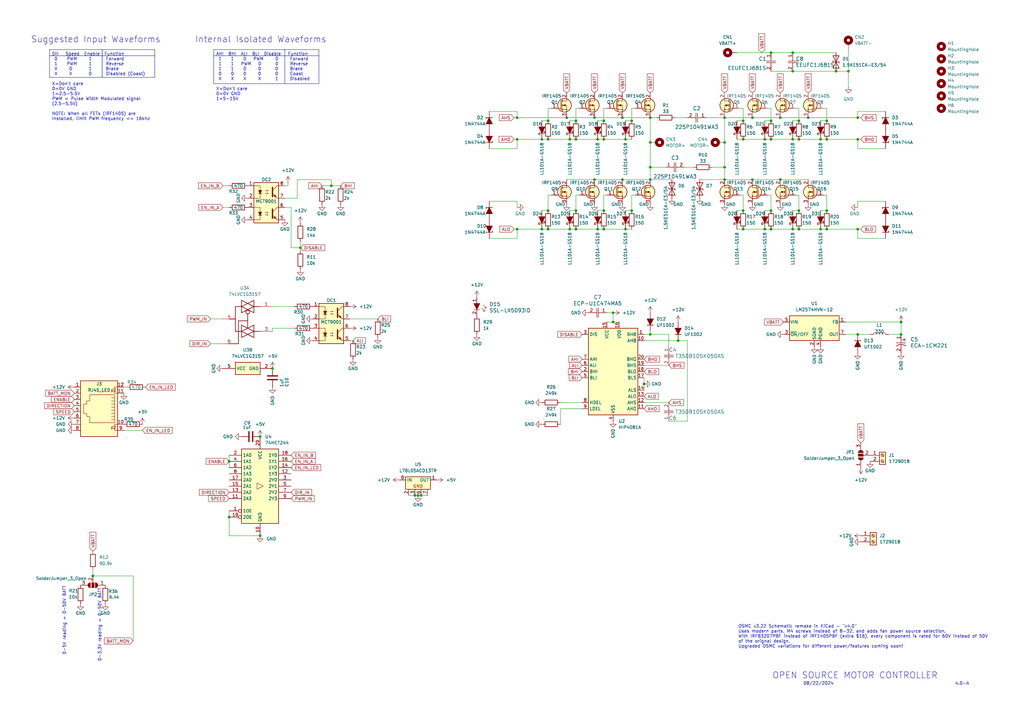
<source format=kicad_sch>
(kicad_sch
	(version 20250114)
	(generator "eeschema")
	(generator_version "9.0")
	(uuid "f7b069f9-0ad6-460f-8c2a-e4b85d53f6b2")
	(paper "A3")
	
	(rectangle
		(start 41.8846 20.32)
		(end 41.91 31.75)
		(stroke
			(width 0)
			(type default)
		)
		(fill
			(type none)
		)
		(uuid 4cec42e8-5f40-40d5-a1e1-40f0e873b7a3)
	)
	(rectangle
		(start 116.84 20.32)
		(end 116.84 34.29)
		(stroke
			(width 0)
			(type default)
		)
		(fill
			(type none)
		)
		(uuid 6609ba4d-23f2-403d-9c98-55294c4c954f)
	)
	(rectangle
		(start 87.63 22.86)
		(end 130.81 22.86)
		(stroke
			(width 0)
			(type default)
		)
		(fill
			(type none)
		)
		(uuid 88486fb6-f5fb-4c01-96b4-df4598f56091)
	)
	(rectangle
		(start 20.32 22.86)
		(end 63.5 22.86)
		(stroke
			(width 0)
			(type default)
		)
		(fill
			(type none)
		)
		(uuid c91cee47-bbf7-4e0f-a8d2-e162f9e89fed)
	)
	(text "4.0-A"
		(exclude_from_sim no)
		(at 391.668 281.178 0)
		(effects
			(font
				(size 1.27 1.27)
			)
			(justify left bottom)
		)
		(uuid "3ef8895f-24e4-45fe-8307-71eae980cd7d")
	)
	(text "OSMC v3.22 Schematic remake in KiCad - \"v4.0\"\nUses modern parts, M4 screws instead of 8-32, and adds fan power source selection.\nWith IRFB3207PBF instead of IRF1405PBF (extra $16), every component is rated for 60V instead of 50V\nof the orignal design.\nUpgraded OSMC variations for different power/features coming soon!"
		(exclude_from_sim no)
		(at 302.768 265.938 0)
		(effects
			(font
				(size 1.27 1.27)
			)
			(justify left bottom)
		)
		(uuid "468cb464-b3fe-4258-9f0f-4d43150f3428")
	)
	(text "08/22/2024"
		(exclude_from_sim no)
		(at 329.438 281.178 0)
		(effects
			(font
				(size 1.27 1.27)
			)
			(justify left bottom)
		)
		(uuid "7566e6aa-0cd8-4989-a498-9751a3615d79")
	)
	(text "0-3.3V reading = 0-50V BATT"
		(exclude_from_sim no)
		(at 40.894 256.286 90)
		(effects
			(font
				(size 1.27 1.27)
			)
		)
		(uuid "7ff0a093-951b-46b3-a14e-00d1b058ed78")
	)
	(text "Internal Isolated Waveforms"
		(exclude_from_sim no)
		(at 80.01 17.78 0)
		(effects
			(font
				(size 2.54 2.54)
			)
			(justify left bottom)
		)
		(uuid "8b55aff7-089f-4f07-a867-ffc1ba949894")
	)
	(text "0-5V reading = 0-50V BATT"
		(exclude_from_sim no)
		(at 26.416 254.508 90)
		(effects
			(font
				(size 1.27 1.27)
			)
		)
		(uuid "bba28dc2-bf3d-43be-94a3-e745f23271e0")
	)
	(text "Suggested Input Waveforms"
		(exclude_from_sim no)
		(at 12.7 17.78 0)
		(effects
			(font
				(size 2.54 2.54)
			)
			(justify left bottom)
		)
		(uuid "c2becebf-fc02-4c76-802c-a4588a575005")
	)
	(text "OPEN SOURCE MOTOR CONTROLLER"
		(exclude_from_sim no)
		(at 316.738 278.638 0)
		(effects
			(font
				(size 2.54 2.54)
			)
			(justify left bottom)
		)
		(uuid "d35d9fa6-57ee-41e6-a2d6-ea10344b7334")
	)
	(text_box "Dir   Speed  Enable  Function\n 0    PWM     1      Forward\n 1    PWM     1      Reverse\n X     0       1      Brake\n X     X       0      Disabled (Coast)\n\nX=Don't care\n0=0V GND\n1=2.5-5.5V\nPWM = Pulse Width Modulated signal (2.5-5.5V)\n\nNOTE: When all FETs (IRF1405) are installed, limit PWM frequency <= 16khz"
		(exclude_from_sim no)
		(at 20.32 20.32 0)
		(size 43.18 11.43)
		(margins 0.9525 0.9525 0.9525 0.9525)
		(stroke
			(width 0)
			(type solid)
		)
		(fill
			(type none)
		)
		(effects
			(font
				(size 1.27 1.27)
			)
			(justify left top)
		)
		(uuid "11fef456-8806-4beb-9325-a5751a37aaa0")
	)
	(text_box "AHI  BHI  ALI  BLI  Disable   Function\n 1    1    0   PWM     0     Forward\n 1    1   PWM   0      0     Reverse\n 1    1    0     0      0     Brake\n 0    0    0     0      0     Coast\n X    X    X     X      1     Disabled\n\nX=Don't care\n0=0V GND\n1=5-15V"
		(exclude_from_sim no)
		(at 87.63 20.32 0)
		(size 43.18 13.97)
		(margins 0.9525 0.9525 0.9525 0.9525)
		(stroke
			(width 0)
			(type solid)
		)
		(fill
			(type none)
		)
		(effects
			(font
				(size 1.27 1.27)
			)
			(justify left top)
		)
		(uuid "f168b1a2-2fcd-48ac-b0c2-50cda81b3784")
	)
	(junction
		(at 304.8 57.15)
		(diameter 0)
		(color 0 0 0 0)
		(uuid "025acf14-32e1-415f-a664-8c97472a6cdd")
	)
	(junction
		(at 320.04 73.66)
		(diameter 0)
		(color 0 0 0 0)
		(uuid "02704675-5ca6-4719-85f2-24c0eafabb38")
	)
	(junction
		(at 325.12 21.59)
		(diameter 0)
		(color 0 0 0 0)
		(uuid "06607565-3bf9-4a59-80d9-1f8bea1e22ab")
	)
	(junction
		(at 327.66 57.15)
		(diameter 0)
		(color 0 0 0 0)
		(uuid "11661071-a0b8-46b3-978b-5ce8838cf803")
	)
	(junction
		(at 243.84 48.26)
		(diameter 0)
		(color 0 0 0 0)
		(uuid "12bc48d4-7d99-4458-85fc-00bdcb3d1ce2")
	)
	(junction
		(at 232.41 48.26)
		(diameter 0)
		(color 0 0 0 0)
		(uuid "13a58cb2-5aa7-43b7-9e5e-b0347081c0a5")
	)
	(junction
		(at 369.57 132.08)
		(diameter 0)
		(color 0 0 0 0)
		(uuid "13f40af4-ba66-488d-8df3-97e11de332fb")
	)
	(junction
		(at 336.55 57.15)
		(diameter 0)
		(color 0 0 0 0)
		(uuid "1fa202ee-3c2f-467e-ae1d-c2c962d563e7")
	)
	(junction
		(at 325.12 29.21)
		(diameter 0)
		(color 0 0 0 0)
		(uuid "201f1ca0-16c0-4355-8f24-d884c67d9d80")
	)
	(junction
		(at 304.8 49.53)
		(diameter 0)
		(color 0 0 0 0)
		(uuid "206dae87-d5c3-4ee2-a7c2-323b40824a05")
	)
	(junction
		(at 266.7 73.66)
		(diameter 0)
		(color 0 0 0 0)
		(uuid "258727ea-eb35-4ed6-91b9-c1055f5ba3fd")
	)
	(junction
		(at 351.79 93.98)
		(diameter 0)
		(color 0 0 0 0)
		(uuid "27acec3f-4a8a-4c6a-95cc-70c659e83740")
	)
	(junction
		(at 222.25 57.15)
		(diameter 0)
		(color 0 0 0 0)
		(uuid "2ed55068-9b66-41f5-ae5c-dda30c9be3c4")
	)
	(junction
		(at 224.79 49.53)
		(diameter 0)
		(color 0 0 0 0)
		(uuid "3569dc3d-aef7-45d7-b95b-96d2f0111f45")
	)
	(junction
		(at 259.08 49.53)
		(diameter 0)
		(color 0 0 0 0)
		(uuid "3a77d92e-166a-4b6f-963e-094e186a0e0e")
	)
	(junction
		(at 106.68 219.71)
		(diameter 0)
		(color 0 0 0 0)
		(uuid "3ad3ca2a-cc3d-4b28-8419-459cbe9e0182")
	)
	(junction
		(at 297.18 68.58)
		(diameter 0)
		(color 0 0 0 0)
		(uuid "3bc3a46e-8528-41ae-8e44-171d7ea60576")
	)
	(junction
		(at 251.46 132.08)
		(diameter 0)
		(color 0 0 0 0)
		(uuid "43333256-67bb-4253-9bd9-cd6c52ecafee")
	)
	(junction
		(at 297.18 73.66)
		(diameter 0)
		(color 0 0 0 0)
		(uuid "4923e46e-a959-4c5d-805a-79a3aaffff3e")
	)
	(junction
		(at 266.7 48.26)
		(diameter 0)
		(color 0 0 0 0)
		(uuid "4abe186b-b1a5-405e-b226-1ee40bda55bd")
	)
	(junction
		(at 316.23 86.36)
		(diameter 0)
		(color 0 0 0 0)
		(uuid "55c6972e-206a-4f04-9292-b24bb285a4ac")
	)
	(junction
		(at 135.89 76.2)
		(diameter 0)
		(color 0 0 0 0)
		(uuid "573dcf5d-67a4-4b4f-82ad-833c0b335c4f")
	)
	(junction
		(at 339.09 57.15)
		(diameter 0)
		(color 0 0 0 0)
		(uuid "57577724-a0dd-4b2a-8193-2e21b7e5bddd")
	)
	(junction
		(at 278.13 139.7)
		(diameter 0)
		(color 0 0 0 0)
		(uuid "5bcf41ba-0ee0-4ae3-a2a8-905d0a9e2465")
	)
	(junction
		(at 327.66 86.36)
		(diameter 0)
		(color 0 0 0 0)
		(uuid "5f85a2e5-38a0-4fc7-8d79-1f066c63b671")
	)
	(junction
		(at 339.09 86.36)
		(diameter 0)
		(color 0 0 0 0)
		(uuid "604f6250-c415-4e7c-b3ce-fbc0fa3a7840")
	)
	(junction
		(at 308.61 48.26)
		(diameter 0)
		(color 0 0 0 0)
		(uuid "607942f0-61e1-4c50-9dbc-7f5d20fd9fad")
	)
	(junction
		(at 236.22 86.36)
		(diameter 0)
		(color 0 0 0 0)
		(uuid "6395dd2e-775f-4d49-968f-e6a6722c2bcb")
	)
	(junction
		(at 342.9 29.21)
		(diameter 0)
		(color 0 0 0 0)
		(uuid "67428f38-8b6c-453a-8e38-a96466f295f3")
	)
	(junction
		(at 256.54 57.15)
		(diameter 0)
		(color 0 0 0 0)
		(uuid "6750bc75-bc4f-4641-a2b8-013bef48dc88")
	)
	(junction
		(at 236.22 49.53)
		(diameter 0)
		(color 0 0 0 0)
		(uuid "67b4cc44-a73a-46fe-a2be-f8f3bbb45e48")
	)
	(junction
		(at 304.8 86.36)
		(diameter 0)
		(color 0 0 0 0)
		(uuid "683cbf74-d02d-49c0-824a-ada4e2c37d9a")
	)
	(junction
		(at 247.65 49.53)
		(diameter 0)
		(color 0 0 0 0)
		(uuid "68550db4-dd13-48dc-961b-54a3af69fa04")
	)
	(junction
		(at 93.98 212.09)
		(diameter 0)
		(color 0 0 0 0)
		(uuid "6930a6a7-dd03-44d5-b6ae-5eb85be627f2")
	)
	(junction
		(at 93.98 189.23)
		(diameter 0)
		(color 0 0 0 0)
		(uuid "6cbfa0c4-f755-4063-9130-5bb324b59b67")
	)
	(junction
		(at 316.23 21.59)
		(diameter 0)
		(color 0 0 0 0)
		(uuid "6ceccaac-be94-4a60-9aaa-310d7b3a4e96")
	)
	(junction
		(at 224.79 93.98)
		(diameter 0)
		(color 0 0 0 0)
		(uuid "70e8f257-6770-478c-a3fc-9dbcbbd90baf")
	)
	(junction
		(at 243.84 73.66)
		(diameter 0)
		(color 0 0 0 0)
		(uuid "74a52190-aa12-4674-ab09-b37f75f5cf55")
	)
	(junction
		(at 308.61 73.66)
		(diameter 0)
		(color 0 0 0 0)
		(uuid "76b895c0-45fa-41af-a300-ad24ab208e70")
	)
	(junction
		(at 259.08 86.36)
		(diameter 0)
		(color 0 0 0 0)
		(uuid "782e2fff-bc14-49d3-9c42-8b93ec64003d")
	)
	(junction
		(at 351.79 137.16)
		(diameter 0)
		(color 0 0 0 0)
		(uuid "7901b0a4-c91b-402e-a74a-6618170db2fb")
	)
	(junction
		(at 233.68 93.98)
		(diameter 0)
		(color 0 0 0 0)
		(uuid "7bce1f3c-b46e-4793-abb5-f866c8f05381")
	)
	(junction
		(at 255.27 73.66)
		(diameter 0)
		(color 0 0 0 0)
		(uuid "7c648206-50f8-4a18-adb2-be2662a5be2b")
	)
	(junction
		(at 266.7 68.58)
		(diameter 0)
		(color 0 0 0 0)
		(uuid "7d68ddba-e449-4e09-b779-0afef92ded2d")
	)
	(junction
		(at 172.72 203.2)
		(diameter 0)
		(color 0 0 0 0)
		(uuid "7e215a2d-ab08-4f89-b298-ffef35835ecb")
	)
	(junction
		(at 325.12 93.98)
		(diameter 0)
		(color 0 0 0 0)
		(uuid "807e80fd-676b-457c-9a9c-314faa37d5ae")
	)
	(junction
		(at 304.8 93.98)
		(diameter 0)
		(color 0 0 0 0)
		(uuid "812e6141-aa63-42d5-b578-ac45bfcf9a02")
	)
	(junction
		(at 247.65 93.98)
		(diameter 0)
		(color 0 0 0 0)
		(uuid "870bb29f-4f1d-43c4-9993-961c7b17a82c")
	)
	(junction
		(at 245.11 57.15)
		(diameter 0)
		(color 0 0 0 0)
		(uuid "8b7686ad-4f4b-4d1b-9383-63f51411205c")
	)
	(junction
		(at 264.16 157.48)
		(diameter 0)
		(color 0 0 0 0)
		(uuid "8dbc46da-09fd-4d0d-b0e8-0bae76d8006a")
	)
	(junction
		(at 255.27 48.26)
		(diameter 0)
		(color 0 0 0 0)
		(uuid "906bd40b-17e3-4ce2-a20b-36ee645f9d60")
	)
	(junction
		(at 224.79 86.36)
		(diameter 0)
		(color 0 0 0 0)
		(uuid "93e5087d-6da0-430a-80da-73d7146e2ba4")
	)
	(junction
		(at 316.23 49.53)
		(diameter 0)
		(color 0 0 0 0)
		(uuid "94dbc3ca-7a60-496d-94a1-3a282e7ec11b")
	)
	(junction
		(at 316.23 57.15)
		(diameter 0)
		(color 0 0 0 0)
		(uuid "965c2c72-4ddd-4acc-97ca-afb62ddd2143")
	)
	(junction
		(at 236.22 93.98)
		(diameter 0)
		(color 0 0 0 0)
		(uuid "97952e0d-5b87-4ca5-9948-8c746e052915")
	)
	(junction
		(at 247.65 57.15)
		(diameter 0)
		(color 0 0 0 0)
		(uuid "9882e08c-8780-4beb-b1f2-83942322437e")
	)
	(junction
		(at 245.11 93.98)
		(diameter 0)
		(color 0 0 0 0)
		(uuid "990db89f-808f-4ba0-8aef-02cf23197d83")
	)
	(junction
		(at 313.69 57.15)
		(diameter 0)
		(color 0 0 0 0)
		(uuid "a39eac20-1a76-4822-80cd-3cd8477b929c")
	)
	(junction
		(at 106.68 179.07)
		(diameter 0)
		(color 0 0 0 0)
		(uuid "a49bf8ca-0fcb-4442-9ebb-1529734b868e")
	)
	(junction
		(at 222.25 93.98)
		(diameter 0)
		(color 0 0 0 0)
		(uuid "aa776aef-8d8f-4866-bd34-8ab546ebf556")
	)
	(junction
		(at 170.18 203.2)
		(diameter 0)
		(color 0 0 0 0)
		(uuid "aab60428-36ef-404d-9c49-8da79854a0c7")
	)
	(junction
		(at 327.66 49.53)
		(diameter 0)
		(color 0 0 0 0)
		(uuid "aaf30f4f-d54a-4e62-8f7c-7c83604fc847")
	)
	(junction
		(at 266.7 137.16)
		(diameter 0)
		(color 0 0 0 0)
		(uuid "aca2e16e-4cef-4ce1-8584-ebc699b656b2")
	)
	(junction
		(at 339.09 49.53)
		(diameter 0)
		(color 0 0 0 0)
		(uuid "ad8eeafe-1da6-4a27-9cc3-64f134aa8a6b")
	)
	(junction
		(at 313.69 93.98)
		(diameter 0)
		(color 0 0 0 0)
		(uuid "aee432ef-20eb-463d-8b6c-06b7fc83ab77")
	)
	(junction
		(at 212.09 93.98)
		(diameter 0)
		(color 0 0 0 0)
		(uuid "af557a93-053c-43ad-bdad-f9dabbcb6300")
	)
	(junction
		(at 236.22 57.15)
		(diameter 0)
		(color 0 0 0 0)
		(uuid "b0ccb202-5dff-4a03-bb96-453f9f2b79f3")
	)
	(junction
		(at 320.04 48.26)
		(diameter 0)
		(color 0 0 0 0)
		(uuid "b731b126-460c-4cc7-ab61-335e59451fde")
	)
	(junction
		(at 251.46 128.27)
		(diameter 0)
		(color 0 0 0 0)
		(uuid "bc856460-244c-4d3f-b9c4-94627fe9ada9")
	)
	(junction
		(at 297.18 58.42)
		(diameter 0)
		(color 0 0 0 0)
		(uuid "bcec1be8-5b72-475d-83b2-808bd50d5082")
	)
	(junction
		(at 316.23 93.98)
		(diameter 0)
		(color 0 0 0 0)
		(uuid "be70a144-bd09-4acb-9a2e-f506d1554664")
	)
	(junction
		(at 233.68 57.15)
		(diameter 0)
		(color 0 0 0 0)
		(uuid "c129793c-4e0f-4203-ad86-d705c91f437b")
	)
	(junction
		(at 123.19 101.6)
		(diameter 0)
		(color 0 0 0 0)
		(uuid "c23b2ba4-31bb-4b16-8035-2ceec4daa593")
	)
	(junction
		(at 347.98 29.21)
		(diameter 0)
		(color 0 0 0 0)
		(uuid "c4a8f3d2-afe8-4dc7-85a4-d47567ce4802")
	)
	(junction
		(at 256.54 93.98)
		(diameter 0)
		(color 0 0 0 0)
		(uuid "c5cb8ad2-7700-4fe8-b0e2-5370e6838ee5")
	)
	(junction
		(at 369.57 137.16)
		(diameter 0)
		(color 0 0 0 0)
		(uuid "cbad67db-81b3-4735-b187-6fae3004e6d2")
	)
	(junction
		(at 212.09 48.26)
		(diameter 0)
		(color 0 0 0 0)
		(uuid "d371e6f3-5171-4621-a424-aa6c8b389ab5")
	)
	(junction
		(at 351.79 48.26)
		(diameter 0)
		(color 0 0 0 0)
		(uuid "d4d8c505-573c-4e6b-a2a8-e094f40dae1d")
	)
	(junction
		(at 331.47 48.26)
		(diameter 0)
		(color 0 0 0 0)
		(uuid "d62192e0-08e2-4d07-9189-4f529b589967")
	)
	(junction
		(at 224.79 57.15)
		(diameter 0)
		(color 0 0 0 0)
		(uuid "d9311b0a-9cb2-4087-b687-4e149890343c")
	)
	(junction
		(at 351.79 57.15)
		(diameter 0)
		(color 0 0 0 0)
		(uuid "d9dbbf84-ac2a-42d0-8fac-fe44384b65c0")
	)
	(junction
		(at 339.09 93.98)
		(diameter 0)
		(color 0 0 0 0)
		(uuid "dcee8edb-46a3-4152-b567-edaea9a0ae55")
	)
	(junction
		(at 336.55 93.98)
		(diameter 0)
		(color 0 0 0 0)
		(uuid "df702185-ec52-4023-9455-e8484239bc67")
	)
	(junction
		(at 171.45 203.2)
		(diameter 0)
		(color 0 0 0 0)
		(uuid "e6e309c0-3fbb-47b2-83cf-62e1a0366583")
	)
	(junction
		(at 297.18 48.26)
		(diameter 0)
		(color 0 0 0 0)
		(uuid "e72f3c52-4cf0-424c-904b-e8a71d5c218f")
	)
	(junction
		(at 325.12 57.15)
		(diameter 0)
		(color 0 0 0 0)
		(uuid "e7632a08-862c-456b-b0be-23f3bbd673ad")
	)
	(junction
		(at 212.09 57.15)
		(diameter 0)
		(color 0 0 0 0)
		(uuid "f1c77e3e-e5bf-4c8a-a000-8b9796eaf773")
	)
	(junction
		(at 111.76 151.13)
		(diameter 0)
		(color 0 0 0 0)
		(uuid "f53a792f-2edb-45d2-ab30-f8fd25f33691")
	)
	(junction
		(at 38.1 236.22)
		(diameter 0)
		(color 0 0 0 0)
		(uuid "fd492973-8f16-4ac7-96fc-8fb5a47126e7")
	)
	(junction
		(at 266.7 58.42)
		(diameter 0)
		(color 0 0 0 0)
		(uuid "fd5932aa-33c0-4b88-b069-bf3cf1b91a84")
	)
	(junction
		(at 247.65 86.36)
		(diameter 0)
		(color 0 0 0 0)
		(uuid "ff0c83b0-e0fa-48eb-9d7d-4d0845161842")
	)
	(junction
		(at 327.66 93.98)
		(diameter 0)
		(color 0 0 0 0)
		(uuid "ffcab709-1562-45a8-acfa-f9ae491297e6")
	)
	(wire
		(pts
			(xy 289.56 48.26) (xy 297.18 48.26)
		)
		(stroke
			(width 0)
			(type default)
		)
		(uuid "010cc39f-ae2b-4595-9666-d717e5677a57")
	)
	(wire
		(pts
			(xy 313.69 49.53) (xy 316.23 49.53)
		)
		(stroke
			(width 0)
			(type default)
		)
		(uuid "021e64e8-b466-487d-a327-e9cc24724d38")
	)
	(wire
		(pts
			(xy 212.09 45.72) (xy 212.09 48.26)
		)
		(stroke
			(width 0)
			(type default)
		)
		(uuid "025866cf-3998-4e00-bdf6-2be24dcabc2a")
	)
	(wire
		(pts
			(xy 233.68 57.15) (xy 236.22 57.15)
		)
		(stroke
			(width 0)
			(type default)
		)
		(uuid "028f01e3-33c5-4807-8669-6384e71e19ae")
	)
	(wire
		(pts
			(xy 224.79 44.45) (xy 224.79 49.53)
		)
		(stroke
			(width 0)
			(type default)
		)
		(uuid "02bcea26-70b7-4642-ab4b-3604f380e6fa")
	)
	(wire
		(pts
			(xy 316.23 93.98) (xy 325.12 93.98)
		)
		(stroke
			(width 0)
			(type default)
		)
		(uuid "02c2add2-17f4-41ac-8e57-b9675721f000")
	)
	(wire
		(pts
			(xy 274.32 149.86) (xy 264.16 149.86)
		)
		(stroke
			(width 0)
			(type default)
		)
		(uuid "07ed14e2-434d-4350-af89-d572d615ad6a")
	)
	(wire
		(pts
			(xy 281.94 139.7) (xy 281.94 172.72)
		)
		(stroke
			(width 0)
			(type default)
		)
		(uuid "08c4990f-878c-4c07-8e25-76357557d3e4")
	)
	(wire
		(pts
			(xy 255.27 73.66) (xy 266.7 73.66)
		)
		(stroke
			(width 0)
			(type default)
		)
		(uuid "09c83a13-b542-4816-8ad9-465b8afe9f1c")
	)
	(wire
		(pts
			(xy 212.09 48.26) (xy 232.41 48.26)
		)
		(stroke
			(width 0)
			(type default)
		)
		(uuid "0a0183e5-9203-40e4-95e7-7f8ca68271cc")
	)
	(wire
		(pts
			(xy 304.8 57.15) (xy 313.69 57.15)
		)
		(stroke
			(width 0)
			(type default)
		)
		(uuid "0a4ca37e-9f39-4765-b8e2-a00fb962c6af")
	)
	(wire
		(pts
			(xy 266.7 58.42) (xy 266.7 68.58)
		)
		(stroke
			(width 0)
			(type default)
		)
		(uuid "0a7f5e29-8138-42cd-8b6e-86ea56b137dd")
	)
	(wire
		(pts
			(xy 297.18 73.66) (xy 308.61 73.66)
		)
		(stroke
			(width 0)
			(type default)
		)
		(uuid "0b3c8ef4-5c73-4d29-8350-4e7f819ab04a")
	)
	(wire
		(pts
			(xy 106.68 219.71) (xy 93.98 219.71)
		)
		(stroke
			(width 0)
			(type default)
		)
		(uuid "0bcf89f6-a25d-493d-9115-74438b1eec9f")
	)
	(wire
		(pts
			(xy 236.22 80.01) (xy 236.22 86.36)
		)
		(stroke
			(width 0)
			(type default)
		)
		(uuid "0e5f0b78-ee55-4316-b27a-63f5467b70e2")
	)
	(wire
		(pts
			(xy 251.46 132.08) (xy 254 132.08)
		)
		(stroke
			(width 0)
			(type default)
		)
		(uuid "0ebbf43a-fb74-4b78-b489-4a0afe58ff4a")
	)
	(wire
		(pts
			(xy 316.23 21.59) (xy 325.12 21.59)
		)
		(stroke
			(width 0)
			(type default)
		)
		(uuid "11b8d980-09ab-47b9-b1ca-cbe674bf0cad")
	)
	(wire
		(pts
			(xy 351.79 137.16) (xy 356.87 137.16)
		)
		(stroke
			(width 0)
			(type default)
		)
		(uuid "129b7516-1203-4d7f-8bbe-6266e97a4adb")
	)
	(wire
		(pts
			(xy 224.79 80.01) (xy 224.79 86.36)
		)
		(stroke
			(width 0)
			(type default)
		)
		(uuid "12d6d67c-fde5-42fa-a86c-2d0aa7956fcf")
	)
	(wire
		(pts
			(xy 302.26 93.98) (xy 304.8 93.98)
		)
		(stroke
			(width 0)
			(type default)
		)
		(uuid "12e6275d-d25c-4f9c-8484-a62b9714b5e2")
	)
	(wire
		(pts
			(xy 347.98 29.21) (xy 347.98 20.32)
		)
		(stroke
			(width 0)
			(type default)
		)
		(uuid "14a1d62a-79e2-49ae-a2d2-324d3d86b5c6")
	)
	(wire
		(pts
			(xy 336.55 49.53) (xy 339.09 49.53)
		)
		(stroke
			(width 0)
			(type default)
		)
		(uuid "14bf6fc8-391d-49f7-bd03-cbf0cf595911")
	)
	(wire
		(pts
			(xy 320.04 48.26) (xy 331.47 48.26)
		)
		(stroke
			(width 0)
			(type default)
		)
		(uuid "198ccd09-8a0f-44fe-9a78-82fc3a4f8214")
	)
	(wire
		(pts
			(xy 200.66 97.79) (xy 212.09 97.79)
		)
		(stroke
			(width 0)
			(type default)
		)
		(uuid "1b1d085e-9a71-4ea7-87d6-da530ad1c6d6")
	)
	(wire
		(pts
			(xy 276.86 48.26) (xy 281.94 48.26)
		)
		(stroke
			(width 0)
			(type default)
		)
		(uuid "1d8fec0b-8b15-4286-80c2-6300fd17f210")
	)
	(wire
		(pts
			(xy 224.79 93.98) (xy 233.68 93.98)
		)
		(stroke
			(width 0)
			(type default)
		)
		(uuid "1e8e59fd-e881-4460-86f3-037fd4b47ba8")
	)
	(wire
		(pts
			(xy 248.92 132.08) (xy 251.46 132.08)
		)
		(stroke
			(width 0)
			(type default)
		)
		(uuid "211093f7-0e83-4410-a6a0-c6f59cc0b22c")
	)
	(wire
		(pts
			(xy 245.11 57.15) (xy 247.65 57.15)
		)
		(stroke
			(width 0)
			(type default)
		)
		(uuid "22c9edbb-e996-45fd-889b-d69649d484ae")
	)
	(wire
		(pts
			(xy 264.16 139.7) (xy 278.13 139.7)
		)
		(stroke
			(width 0)
			(type default)
		)
		(uuid "22f3a632-2c7e-44e0-a702-300d3efbeb52")
	)
	(wire
		(pts
			(xy 346.71 137.16) (xy 351.79 137.16)
		)
		(stroke
			(width 0)
			(type default)
		)
		(uuid "23597f57-a141-45bb-bf3f-20e8bce164d6")
	)
	(wire
		(pts
			(xy 247.65 44.45) (xy 247.65 49.53)
		)
		(stroke
			(width 0)
			(type default)
		)
		(uuid "239640ee-9982-4f05-88af-a362f96d0b49")
	)
	(wire
		(pts
			(xy 302.26 49.53) (xy 304.8 49.53)
		)
		(stroke
			(width 0)
			(type default)
		)
		(uuid "262dd982-5b7a-4e47-93d5-ef00ad80c4a2")
	)
	(wire
		(pts
			(xy 304.8 93.98) (xy 313.69 93.98)
		)
		(stroke
			(width 0)
			(type default)
		)
		(uuid "26cf2e9c-7932-4628-aac4-7f3e67de6d42")
	)
	(wire
		(pts
			(xy 339.09 44.45) (xy 339.09 49.53)
		)
		(stroke
			(width 0)
			(type default)
		)
		(uuid "2af32047-303b-4b75-9d72-37f389f26a71")
	)
	(wire
		(pts
			(xy 243.84 73.66) (xy 255.27 73.66)
		)
		(stroke
			(width 0)
			(type default)
		)
		(uuid "2b153614-a26c-430e-be5c-f2227f759ca5")
	)
	(wire
		(pts
			(xy 325.12 29.21) (xy 342.9 29.21)
		)
		(stroke
			(width 0)
			(type default)
		)
		(uuid "2c7774ec-d847-40af-9f87-daacda6a6a25")
	)
	(wire
		(pts
			(xy 363.22 45.72) (xy 351.79 45.72)
		)
		(stroke
			(width 0)
			(type default)
		)
		(uuid "2ddc569f-2f9a-4caf-8985-ce28630b5739")
	)
	(wire
		(pts
			(xy 135.89 76.2) (xy 139.7 76.2)
		)
		(stroke
			(width 0)
			(type default)
		)
		(uuid "2f4030a3-879b-4869-9e54-e5255877ee82")
	)
	(wire
		(pts
			(xy 222.25 49.53) (xy 224.79 49.53)
		)
		(stroke
			(width 0)
			(type default)
		)
		(uuid "2f8ba521-49de-4bab-b1ee-d50f060e9d1f")
	)
	(wire
		(pts
			(xy 325.12 49.53) (xy 327.66 49.53)
		)
		(stroke
			(width 0)
			(type default)
		)
		(uuid "2fa1eb96-f2c8-4c19-a925-bd5141346714")
	)
	(wire
		(pts
			(xy 302.26 21.59) (xy 316.23 21.59)
		)
		(stroke
			(width 0)
			(type default)
		)
		(uuid "3031836a-f30d-4977-afa0-a1daca7ada7f")
	)
	(wire
		(pts
			(xy 264.16 165.1) (xy 274.32 165.1)
		)
		(stroke
			(width 0)
			(type default)
		)
		(uuid "3032ea66-3ec0-4b8d-8986-d0a2fb2cdaf4")
	)
	(wire
		(pts
			(xy 222.25 86.36) (xy 224.79 86.36)
		)
		(stroke
			(width 0)
			(type default)
		)
		(uuid "3053c074-d497-4dc8-93fb-5d1055d09d69")
	)
	(wire
		(pts
			(xy 212.09 60.96) (xy 212.09 57.15)
		)
		(stroke
			(width 0)
			(type default)
		)
		(uuid "332520ea-4df3-475f-b85c-5e8275013457")
	)
	(wire
		(pts
			(xy 369.57 137.16) (xy 369.57 132.08)
		)
		(stroke
			(width 0)
			(type default)
		)
		(uuid "34658301-3404-4e22-a63f-260f861370c1")
	)
	(wire
		(pts
			(xy 351.79 57.15) (xy 353.06 57.15)
		)
		(stroke
			(width 0)
			(type default)
		)
		(uuid "3613e393-ef2b-4520-bd9c-9185f79bc088")
	)
	(wire
		(pts
			(xy 200.66 45.72) (xy 212.09 45.72)
		)
		(stroke
			(width 0)
			(type default)
		)
		(uuid "37c9fbbd-29f0-471c-8872-e7a0ba39914d")
	)
	(wire
		(pts
			(xy 266.7 68.58) (xy 266.7 73.66)
		)
		(stroke
			(width 0)
			(type default)
		)
		(uuid "39635b7b-4848-4442-a804-566a546f95a6")
	)
	(wire
		(pts
			(xy 308.61 73.66) (xy 320.04 73.66)
		)
		(stroke
			(width 0)
			(type default)
		)
		(uuid "3a0e46d0-ba9d-48e6-8ab0-19fa44a153fd")
	)
	(wire
		(pts
			(xy 123.19 99.06) (xy 123.19 101.6)
		)
		(stroke
			(width 0)
			(type default)
		)
		(uuid "3bf7547b-8b99-4d0e-a49c-4234c7fe2b36")
	)
	(wire
		(pts
			(xy 259.08 44.45) (xy 259.08 49.53)
		)
		(stroke
			(width 0)
			(type default)
		)
		(uuid "3db56e52-26ea-45a6-9659-ec81bbf154c3")
	)
	(wire
		(pts
			(xy 304.8 80.01) (xy 304.8 86.36)
		)
		(stroke
			(width 0)
			(type default)
		)
		(uuid "3e90f2af-d1f5-4ac4-99cb-5d7c582c930c")
	)
	(wire
		(pts
			(xy 38.1 233.68) (xy 38.1 236.22)
		)
		(stroke
			(width 0)
			(type default)
		)
		(uuid "3eda099b-0a8a-4984-b4c7-2bcfd9a99343")
	)
	(wire
		(pts
			(xy 93.98 189.23) (xy 93.98 191.77)
		)
		(stroke
			(width 0)
			(type default)
		)
		(uuid "3f291005-e99e-4f5a-9d0f-bad7c6f4d72d")
	)
	(wire
		(pts
			(xy 135.89 76.2) (xy 135.89 73.66)
		)
		(stroke
			(width 0)
			(type default)
		)
		(uuid "438ea973-d641-47f7-94c3-737f97748a37")
	)
	(wire
		(pts
			(xy 236.22 57.15) (xy 245.11 57.15)
		)
		(stroke
			(width 0)
			(type default)
		)
		(uuid "441b0a15-3b9b-4f9f-becb-7a1c1fdb3430")
	)
	(wire
		(pts
			(xy 266.7 48.26) (xy 269.24 48.26)
		)
		(stroke
			(width 0)
			(type default)
		)
		(uuid "44fc28b4-48c4-438f-be96-36b0046af272")
	)
	(wire
		(pts
			(xy 336.55 57.15) (xy 339.09 57.15)
		)
		(stroke
			(width 0)
			(type default)
		)
		(uuid "47e3ea88-798a-49d0-acd0-9a0aaadb17c9")
	)
	(wire
		(pts
			(xy 210.82 93.98) (xy 212.09 93.98)
		)
		(stroke
			(width 0)
			(type default)
		)
		(uuid "4a3b0134-1d13-4b4c-a80e-8fd90b670972")
	)
	(wire
		(pts
			(xy 119.38 101.6) (xy 123.19 101.6)
		)
		(stroke
			(width 0)
			(type default)
		)
		(uuid "4ba82a3b-932d-4ca7-96ea-5f465b46045c")
	)
	(wire
		(pts
			(xy 91.44 140.97) (xy 86.36 140.97)
		)
		(stroke
			(width 0)
			(type default)
		)
		(uuid "4c1e1d39-88e9-4330-8da4-86b3db0482e2")
	)
	(wire
		(pts
			(xy 93.98 219.71) (xy 93.98 212.09)
		)
		(stroke
			(width 0)
			(type default)
		)
		(uuid "52aebeec-f26c-43bf-a494-835c15fd7fb3")
	)
	(wire
		(pts
			(xy 259.08 80.01) (xy 259.08 86.36)
		)
		(stroke
			(width 0)
			(type default)
		)
		(uuid "542cf0a3-b197-49ca-b1c4-e5dd8798481b")
	)
	(wire
		(pts
			(xy 297.18 68.58) (xy 297.18 73.66)
		)
		(stroke
			(width 0)
			(type default)
		)
		(uuid "559d2474-150e-4bdc-98e7-b996ed1e304b")
	)
	(wire
		(pts
			(xy 232.41 73.66) (xy 243.84 73.66)
		)
		(stroke
			(width 0)
			(type default)
		)
		(uuid "565e974a-2e8e-4f81-a500-72abc4a11ac7")
	)
	(wire
		(pts
			(xy 264.16 157.48) (xy 264.16 160.02)
		)
		(stroke
			(width 0)
			(type default)
		)
		(uuid "5bc1ff1f-4f8e-4010-9cfd-14d0d6f5d3f4")
	)
	(wire
		(pts
			(xy 260.35 44.45) (xy 259.08 44.45)
		)
		(stroke
			(width 0)
			(type default)
		)
		(uuid "5c702e8a-cb2f-47fb-b41b-7365b9dfd3e2")
	)
	(wire
		(pts
			(xy 264.16 154.94) (xy 264.16 157.48)
		)
		(stroke
			(width 0)
			(type default)
		)
		(uuid "5c89a1f6-a336-4540-b875-7cd3e4607ac5")
	)
	(wire
		(pts
			(xy 93.98 186.69) (xy 93.98 189.23)
		)
		(stroke
			(width 0)
			(type default)
		)
		(uuid "5e42e6f7-3951-4615-840d-a2022d5c15f6")
	)
	(wire
		(pts
			(xy 297.18 68.58) (xy 297.18 58.42)
		)
		(stroke
			(width 0)
			(type default)
		)
		(uuid "5e7cb83d-5d49-4c73-acbd-db32c5ab26af")
	)
	(wire
		(pts
			(xy 236.22 93.98) (xy 245.11 93.98)
		)
		(stroke
			(width 0)
			(type default)
		)
		(uuid "5f16d1e8-3367-47a0-b3df-a7f2cef4613d")
	)
	(wire
		(pts
			(xy 325.12 86.36) (xy 327.66 86.36)
		)
		(stroke
			(width 0)
			(type default)
		)
		(uuid "602555d4-16dd-4f92-8ce0-7e1f97e2b7c4")
	)
	(wire
		(pts
			(xy 50.8 158.75) (xy 52.07 158.75)
		)
		(stroke
			(width 0)
			(type default)
		)
		(uuid "602d1264-b35d-4080-a70b-a1ecad6786e3")
	)
	(wire
		(pts
			(xy 316.23 29.21) (xy 325.12 29.21)
		)
		(stroke
			(width 0)
			(type default)
		)
		(uuid "6259fc0e-e72e-46da-97d2-a391480e760c")
	)
	(wire
		(pts
			(xy 351.79 60.96) (xy 363.22 60.96)
		)
		(stroke
			(width 0)
			(type default)
		)
		(uuid "66133128-d1b3-4035-ad48-6a93fdac5b66")
	)
	(wire
		(pts
			(xy 304.8 44.45) (xy 304.8 49.53)
		)
		(stroke
			(width 0)
			(type default)
		)
		(uuid "68794e08-1f2b-4d4a-9acd-a134f0adb613")
	)
	(wire
		(pts
			(xy 210.82 48.26) (xy 212.09 48.26)
		)
		(stroke
			(width 0)
			(type default)
		)
		(uuid "69e1e9f3-4526-439c-a481-fbab5131f736")
	)
	(wire
		(pts
			(xy 260.35 80.01) (xy 259.08 80.01)
		)
		(stroke
			(width 0)
			(type default)
		)
		(uuid "6a116300-5cab-4e22-8a3e-c338cf5f50d7")
	)
	(wire
		(pts
			(xy 313.69 93.98) (xy 316.23 93.98)
		)
		(stroke
			(width 0)
			(type default)
		)
		(uuid "6adacc73-1e50-4236-bb7e-eed0528716f3")
	)
	(wire
		(pts
			(xy 266.7 68.58) (xy 273.05 68.58)
		)
		(stroke
			(width 0)
			(type default)
		)
		(uuid "6c450324-6963-4741-9731-4662271b15f9")
	)
	(wire
		(pts
			(xy 326.39 80.01) (xy 327.66 80.01)
		)
		(stroke
			(width 0)
			(type default)
		)
		(uuid "6c4af037-e891-46df-b636-88050945af1b")
	)
	(wire
		(pts
			(xy 351.79 93.98) (xy 351.79 97.79)
		)
		(stroke
			(width 0)
			(type default)
		)
		(uuid "6cfe5845-1281-4b9d-a987-f89edc5ba9fa")
	)
	(wire
		(pts
			(xy 327.66 44.45) (xy 327.66 49.53)
		)
		(stroke
			(width 0)
			(type default)
		)
		(uuid "6e0525ee-da69-4710-8c2d-8c0a9b5e9ead")
	)
	(wire
		(pts
			(xy 91.44 76.2) (xy 93.98 76.2)
		)
		(stroke
			(width 0)
			(type default)
		)
		(uuid "70eb32da-e0ad-4a46-a9fc-ca77ea3a0704")
	)
	(wire
		(pts
			(xy 135.89 73.66) (xy 121.92 73.66)
		)
		(stroke
			(width 0)
			(type default)
		)
		(uuid "72a1be06-fbb0-4d41-a184-62fc68419c76")
	)
	(wire
		(pts
			(xy 327.66 93.98) (xy 336.55 93.98)
		)
		(stroke
			(width 0)
			(type default)
		)
		(uuid "741410b5-31b5-49cf-a5d0-decfb48f2ded")
	)
	(wire
		(pts
			(xy 266.7 73.66) (xy 275.59 73.66)
		)
		(stroke
			(width 0)
			(type default)
		)
		(uuid "7621fd19-d9d7-43ed-9fe3-041151fdd034")
	)
	(wire
		(pts
			(xy 224.79 57.15) (xy 233.68 57.15)
		)
		(stroke
			(width 0)
			(type default)
		)
		(uuid "77f41ba0-b1e5-4f18-bad3-43a2b20f5d68")
	)
	(wire
		(pts
			(xy 212.09 57.15) (xy 222.25 57.15)
		)
		(stroke
			(width 0)
			(type default)
		)
		(uuid "7826e336-63c2-4224-b6b7-03908cb9c2f9")
	)
	(wire
		(pts
			(xy 111.76 125.73) (xy 120.65 125.73)
		)
		(stroke
			(width 0)
			(type default)
		)
		(uuid "788517b1-1e6e-4bba-b6a3-a42c3a0da424")
	)
	(wire
		(pts
			(xy 121.92 73.66) (xy 121.92 81.28)
		)
		(stroke
			(width 0)
			(type default)
		)
		(uuid "78c44297-63ca-45f9-9556-cc6447b419a9")
	)
	(wire
		(pts
			(xy 38.1 236.22) (xy 54.61 236.22)
		)
		(stroke
			(width 0)
			(type default)
		)
		(uuid "79459752-c774-4c6d-ae49-bc57797eee42")
	)
	(wire
		(pts
			(xy 132.08 76.2) (xy 135.89 76.2)
		)
		(stroke
			(width 0)
			(type default)
		)
		(uuid "7aa72131-fc2d-443f-98c6-a8a77e8f89bb")
	)
	(wire
		(pts
			(xy 236.22 44.45) (xy 236.22 49.53)
		)
		(stroke
			(width 0)
			(type default)
		)
		(uuid "7da75969-a501-4491-b717-7eecae18b50e")
	)
	(wire
		(pts
			(xy 111.76 134.62) (xy 111.76 135.89)
		)
		(stroke
			(width 0)
			(type default)
		)
		(uuid "7db2c8d0-2265-4525-8c8c-2b832c16a0ec")
	)
	(wire
		(pts
			(xy 119.38 85.09) (xy 116.84 85.09)
		)
		(stroke
			(width 0)
			(type default)
		)
		(uuid "7ed2cd09-c21e-4567-8e47-aa51e95bd87e")
	)
	(wire
		(pts
			(xy 266.7 48.26) (xy 266.7 58.42)
		)
		(stroke
			(width 0)
			(type default)
		)
		(uuid "7f2fd456-43e3-4acf-b35b-369773e70982")
	)
	(wire
		(pts
			(xy 313.69 57.15) (xy 316.23 57.15)
		)
		(stroke
			(width 0)
			(type default)
		)
		(uuid "7f3c6e1a-9673-4686-8376-9975fb9210ce")
	)
	(wire
		(pts
			(xy 91.44 85.09) (xy 93.98 85.09)
		)
		(stroke
			(width 0)
			(type default)
		)
		(uuid "7fdfcb86-5824-4cb5-9d3d-28ec948a79a0")
	)
	(wire
		(pts
			(xy 245.11 86.36) (xy 247.65 86.36)
		)
		(stroke
			(width 0)
			(type default)
		)
		(uuid "804b49e1-e64f-4205-b9aa-85015f4c69a1")
	)
	(wire
		(pts
			(xy 351.79 48.26) (xy 331.47 48.26)
		)
		(stroke
			(width 0)
			(type default)
		)
		(uuid "833d8c75-98d4-48b2-a7c8-8b096ed1d164")
	)
	(wire
		(pts
			(xy 172.72 203.2) (xy 175.26 203.2)
		)
		(stroke
			(width 0)
			(type default)
		)
		(uuid "83a06bbc-8fd4-4ab8-95d0-0da37d8fa8d7")
	)
	(wire
		(pts
			(xy 248.92 44.45) (xy 247.65 44.45)
		)
		(stroke
			(width 0)
			(type default)
		)
		(uuid "8513bac6-12f6-4dd6-b275-9657fda0d7eb")
	)
	(wire
		(pts
			(xy 316.23 57.15) (xy 325.12 57.15)
		)
		(stroke
			(width 0)
			(type default)
		)
		(uuid "86f8981d-efd6-49b6-af5d-464d12c32b2c")
	)
	(wire
		(pts
			(xy 238.76 167.64) (xy 229.87 167.64)
		)
		(stroke
			(width 0)
			(type default)
		)
		(uuid "88367d5f-bb6e-4e77-87b4-87cfe703da6b")
	)
	(wire
		(pts
			(xy 266.7 135.89) (xy 266.7 137.16)
		)
		(stroke
			(width 0)
			(type default)
		)
		(uuid "89ed9454-cde9-44ab-ac79-d3ef39edd34b")
	)
	(wire
		(pts
			(xy 351.79 93.98) (xy 353.06 93.98)
		)
		(stroke
			(width 0)
			(type default)
		)
		(uuid "8af7d76d-0393-4dac-ac49-7406ea367e3e")
	)
	(wire
		(pts
			(xy 93.98 212.09) (xy 93.98 209.55)
		)
		(stroke
			(width 0)
			(type default)
		)
		(uuid "8bc0181e-dc73-47b0-bf0b-5fd0cf6a747d")
	)
	(wire
		(pts
			(xy 255.27 48.26) (xy 266.7 48.26)
		)
		(stroke
			(width 0)
			(type default)
		)
		(uuid "8c2670ea-2ad3-4117-85c1-ad898571b966")
	)
	(wire
		(pts
			(xy 297.18 48.26) (xy 308.61 48.26)
		)
		(stroke
			(width 0)
			(type default)
		)
		(uuid "8c76b99a-1c1b-4b0b-a592-7affee7f743b")
	)
	(wire
		(pts
			(xy 247.65 80.01) (xy 247.65 86.36)
		)
		(stroke
			(width 0)
			(type default)
		)
		(uuid "8c8a46e3-d8fc-4e3e-aac8-267854d174e7")
	)
	(wire
		(pts
			(xy 320.04 73.66) (xy 331.47 73.66)
		)
		(stroke
			(width 0)
			(type default)
		)
		(uuid "8dcbad67-0f10-47c9-a3dc-4287a3e0e02a")
	)
	(wire
		(pts
			(xy 351.79 57.15) (xy 351.79 60.96)
		)
		(stroke
			(width 0)
			(type default)
		)
		(uuid "8dfdad0c-f6b0-496e-bf0b-70ea67ec0ba1")
	)
	(wire
		(pts
			(xy 232.41 48.26) (xy 243.84 48.26)
		)
		(stroke
			(width 0)
			(type default)
		)
		(uuid "8e32d773-6516-45b8-8269-dd508c10236a")
	)
	(wire
		(pts
			(xy 245.11 49.53) (xy 247.65 49.53)
		)
		(stroke
			(width 0)
			(type default)
		)
		(uuid "8fd1624f-8183-41ab-9073-3fdcd1aaedbb")
	)
	(wire
		(pts
			(xy 327.66 80.01) (xy 327.66 86.36)
		)
		(stroke
			(width 0)
			(type default)
		)
		(uuid "8ffad921-b141-4209-9690-2ef120e0d6ed")
	)
	(wire
		(pts
			(xy 167.64 203.2) (xy 170.18 203.2)
		)
		(stroke
			(width 0)
			(type default)
		)
		(uuid "90042940-8012-45bb-a9a8-b5a099300173")
	)
	(wire
		(pts
			(xy 351.79 45.72) (xy 351.79 48.26)
		)
		(stroke
			(width 0)
			(type default)
		)
		(uuid "90fdf039-51b1-4dc7-acce-99ae3c394c29")
	)
	(wire
		(pts
			(xy 222.25 93.98) (xy 224.79 93.98)
		)
		(stroke
			(width 0)
			(type default)
		)
		(uuid "937ac4e6-ca6e-4919-aefb-78811a2f702b")
	)
	(wire
		(pts
			(xy 237.49 80.01) (xy 236.22 80.01)
		)
		(stroke
			(width 0)
			(type default)
		)
		(uuid "93fe7a1e-f82d-4519-8ef7-0df048eb568d")
	)
	(wire
		(pts
			(xy 233.68 86.36) (xy 236.22 86.36)
		)
		(stroke
			(width 0)
			(type default)
		)
		(uuid "94005f45-1ceb-4a13-89e6-9b26e48721ad")
	)
	(wire
		(pts
			(xy 229.87 165.1) (xy 238.76 165.1)
		)
		(stroke
			(width 0)
			(type default)
		)
		(uuid "951336c6-0114-41b5-ac8c-7a4b70a19502")
	)
	(wire
		(pts
			(xy 245.11 93.98) (xy 247.65 93.98)
		)
		(stroke
			(width 0)
			(type default)
		)
		(uuid "95c1141c-8480-4fea-a52c-6fec767777f8")
	)
	(wire
		(pts
			(xy 247.65 57.15) (xy 256.54 57.15)
		)
		(stroke
			(width 0)
			(type default)
		)
		(uuid "96ddc2da-1823-4734-a37b-4014876ea0cd")
	)
	(wire
		(pts
			(xy 229.87 167.64) (xy 229.87 173.99)
		)
		(stroke
			(width 0)
			(type default)
		)
		(uuid "988450a8-3dd2-4734-876d-a8a8732a0d5c")
	)
	(wire
		(pts
			(xy 233.68 93.98) (xy 236.22 93.98)
		)
		(stroke
			(width 0)
			(type default)
		)
		(uuid "9a235fe6-00cd-4ef8-be0c-2cb411c70295")
	)
	(wire
		(pts
			(xy 302.26 57.15) (xy 304.8 57.15)
		)
		(stroke
			(width 0)
			(type default)
		)
		(uuid "9e47e6a1-6e28-458a-927e-af9b1e6ac754")
	)
	(wire
		(pts
			(xy 292.1 68.58) (xy 297.18 68.58)
		)
		(stroke
			(width 0)
			(type default)
		)
		(uuid "a01e9c86-b06a-4cd3-81aa-ca2171b587c5")
	)
	(wire
		(pts
			(xy 339.09 80.01) (xy 339.09 86.36)
		)
		(stroke
			(width 0)
			(type default)
		)
		(uuid "a0d40fa7-3280-46e7-b898-3645cc0e4129")
	)
	(wire
		(pts
			(xy 118.11 76.2) (xy 116.84 76.2)
		)
		(stroke
			(width 0)
			(type default)
		)
		(uuid "a4b26fdf-cdf8-49ee-9f9a-ba0f66fc60c8")
	)
	(wire
		(pts
			(xy 121.92 81.28) (xy 116.84 81.28)
		)
		(stroke
			(width 0)
			(type default)
		)
		(uuid "a628ea01-b8af-4eea-b0d5-7b7ccd9096d5")
	)
	(wire
		(pts
			(xy 364.49 137.16) (xy 369.57 137.16)
		)
		(stroke
			(width 0)
			(type default)
		)
		(uuid "ab30dfa6-df20-4ba0-888b-4c37fd58b536")
	)
	(wire
		(pts
			(xy 284.48 68.58) (xy 280.67 68.58)
		)
		(stroke
			(width 0)
			(type default)
		)
		(uuid "ab469b24-a13e-499c-8100-89221fd9ac8d")
	)
	(wire
		(pts
			(xy 363.22 82.55) (xy 351.79 82.55)
		)
		(stroke
			(width 0)
			(type default)
		)
		(uuid "abf7a5b9-bc58-44ce-87ae-405dc6a9f107")
	)
	(wire
		(pts
			(xy 233.68 49.53) (xy 236.22 49.53)
		)
		(stroke
			(width 0)
			(type default)
		)
		(uuid "ae9c0784-d4a7-46e2-a762-e459056f24a8")
	)
	(wire
		(pts
			(xy 316.23 44.45) (xy 316.23 49.53)
		)
		(stroke
			(width 0)
			(type default)
		)
		(uuid "b371ccc4-f92f-49c2-a8bb-bfa2607d26e8")
	)
	(wire
		(pts
			(xy 336.55 86.36) (xy 339.09 86.36)
		)
		(stroke
			(width 0)
			(type default)
		)
		(uuid "b393961b-de9a-47fd-9434-20be242bd06f")
	)
	(wire
		(pts
			(xy 347.98 35.56) (xy 347.98 29.21)
		)
		(stroke
			(width 0)
			(type default)
		)
		(uuid "bbddd748-f466-4bf0-b67b-f46fe16fe20f")
	)
	(wire
		(pts
			(xy 212.09 82.55) (xy 212.09 85.09)
		)
		(stroke
			(width 0)
			(type default)
		)
		(uuid "bd69fdff-c94c-4882-a90e-331253d5809e")
	)
	(wire
		(pts
			(xy 278.13 139.7) (xy 281.94 139.7)
		)
		(stroke
			(width 0)
			(type default)
		)
		(uuid "bd952d3b-4a64-43ac-ae41-a84286c8a5b0")
	)
	(wire
		(pts
			(xy 171.45 203.2) (xy 172.72 203.2)
		)
		(stroke
			(width 0)
			(type default)
		)
		(uuid "be0cb75b-eb55-46fc-911c-6b641899a888")
	)
	(wire
		(pts
			(xy 303.53 44.45) (xy 304.8 44.45)
		)
		(stroke
			(width 0)
			(type default)
		)
		(uuid "c45cd636-bf7b-4011-8f35-1beec8505762")
	)
	(wire
		(pts
			(xy 339.09 93.98) (xy 351.79 93.98)
		)
		(stroke
			(width 0)
			(type default)
		)
		(uuid "c4f85c78-b1e8-4777-83e5-71476d948fa5")
	)
	(wire
		(pts
			(xy 248.92 80.01) (xy 247.65 80.01)
		)
		(stroke
			(width 0)
			(type default)
		)
		(uuid "c651e404-e1e7-4b3d-90be-075e13bbc77d")
	)
	(wire
		(pts
			(xy 143.51 139.7) (xy 144.78 139.7)
		)
		(stroke
			(width 0)
			(type default)
		)
		(uuid "c6e91e5f-ec5b-4e3a-b071-c6161c7437de")
	)
	(wire
		(pts
			(xy 111.76 134.62) (xy 120.65 134.62)
		)
		(stroke
			(width 0)
			(type default)
		)
		(uuid "c71fcc0c-5cdd-489a-a5af-013b47613ecb")
	)
	(wire
		(pts
			(xy 247.65 93.98) (xy 256.54 93.98)
		)
		(stroke
			(width 0)
			(type default)
		)
		(uuid "c9fc3b0f-4b92-4d46-842b-922ad5c905ed")
	)
	(wire
		(pts
			(xy 170.18 203.2) (xy 171.45 203.2)
		)
		(stroke
			(width 0)
			(type default)
		)
		(uuid "cd448796-f5ed-426b-bb80-223ad8e1ce24")
	)
	(wire
		(pts
			(xy 123.19 101.6) (xy 123.19 102.87)
		)
		(stroke
			(width 0)
			(type default)
		)
		(uuid "cd807241-0043-43fb-9f22-48432eeb48d4")
	)
	(wire
		(pts
			(xy 337.82 44.45) (xy 339.09 44.45)
		)
		(stroke
			(width 0)
			(type default)
		)
		(uuid "ce87b1dd-f6b9-4524-bf99-1a30831106f6")
	)
	(wire
		(pts
			(xy 302.26 86.36) (xy 304.8 86.36)
		)
		(stroke
			(width 0)
			(type default)
		)
		(uuid "cf30867b-c61b-4824-9d2d-cdd0d9fb957c")
	)
	(wire
		(pts
			(xy 226.06 80.01) (xy 224.79 80.01)
		)
		(stroke
			(width 0)
			(type default)
		)
		(uuid "cf9fc007-bee7-43d1-a030-f8e8f98e8eef")
	)
	(wire
		(pts
			(xy 251.46 128.27) (xy 248.92 128.27)
		)
		(stroke
			(width 0)
			(type default)
		)
		(uuid "d001685d-8407-49bb-abce-c6a7d2b63d79")
	)
	(wire
		(pts
			(xy 314.96 80.01) (xy 316.23 80.01)
		)
		(stroke
			(width 0)
			(type default)
		)
		(uuid "d0221c9e-da1d-4cdd-8fb8-d7abbd9d6b96")
	)
	(wire
		(pts
			(xy 351.79 97.79) (xy 363.22 97.79)
		)
		(stroke
			(width 0)
			(type default)
		)
		(uuid "d03dede9-80ed-4d49-a793-3cbaa844f06a")
	)
	(wire
		(pts
			(xy 251.46 132.08) (xy 251.46 128.27)
		)
		(stroke
			(width 0)
			(type default)
		)
		(uuid "d1e38a51-4654-4cf8-9760-69b32da25f13")
	)
	(wire
		(pts
			(xy 200.66 60.96) (xy 212.09 60.96)
		)
		(stroke
			(width 0)
			(type default)
		)
		(uuid "d2648307-2baa-4ac3-877f-ee5d9547e04c")
	)
	(wire
		(pts
			(xy 325.12 93.98) (xy 327.66 93.98)
		)
		(stroke
			(width 0)
			(type default)
		)
		(uuid "d3250867-6ded-4e40-9f0e-f7baec5bf149")
	)
	(wire
		(pts
			(xy 118.11 76.2) (xy 118.11 74.93)
		)
		(stroke
			(width 0)
			(type default)
		)
		(uuid "d4523166-6580-4013-9859-050eaafb44f0")
	)
	(wire
		(pts
			(xy 50.8 176.53) (xy 58.42 176.53)
		)
		(stroke
			(width 0)
			(type default)
		)
		(uuid "d4b16a27-e96d-4d15-8e06-ea36296a96c7")
	)
	(wire
		(pts
			(xy 222.25 57.15) (xy 224.79 57.15)
		)
		(stroke
			(width 0)
			(type default)
		)
		(uuid "d4e2edc1-9c08-479e-a727-f1b5c17930cd")
	)
	(wire
		(pts
			(xy 256.54 49.53) (xy 259.08 49.53)
		)
		(stroke
			(width 0)
			(type default)
		)
		(uuid "d5942d2f-1405-41fb-8e88-d68b8b4f2472")
	)
	(wire
		(pts
			(xy 325.12 57.15) (xy 327.66 57.15)
		)
		(stroke
			(width 0)
			(type default)
		)
		(uuid "d5c5dbbb-e149-466f-942b-75e1c445b482")
	)
	(wire
		(pts
			(xy 326.39 44.45) (xy 327.66 44.45)
		)
		(stroke
			(width 0)
			(type default)
		)
		(uuid "d65b6ed3-e004-4665-a82a-981875a83734")
	)
	(wire
		(pts
			(xy 256.54 93.98) (xy 259.08 93.98)
		)
		(stroke
			(width 0)
			(type default)
		)
		(uuid "d74c66f5-1837-4fbe-9d95-3b8e7596f8c0")
	)
	(wire
		(pts
			(xy 325.12 21.59) (xy 342.9 21.59)
		)
		(stroke
			(width 0)
			(type default)
		)
		(uuid "d7d9e24c-ddc0-402e-8bcc-d887050743fe")
	)
	(wire
		(pts
			(xy 212.09 97.79) (xy 212.09 93.98)
		)
		(stroke
			(width 0)
			(type default)
		)
		(uuid "d874216e-89b0-4dfb-9a3c-5d054790348f")
	)
	(wire
		(pts
			(xy 281.94 172.72) (xy 274.32 172.72)
		)
		(stroke
			(width 0)
			(type default)
		)
		(uuid "d8942dea-c5ca-49eb-b6d1-5f2fc2561e70")
	)
	(wire
		(pts
			(xy 54.61 236.22) (xy 54.61 262.89)
		)
		(stroke
			(width 0)
			(type default)
		)
		(uuid "d9110534-ca3b-4bdc-ad48-c994abeb5cad")
	)
	(wire
		(pts
			(xy 119.38 85.09) (xy 119.38 101.6)
		)
		(stroke
			(width 0)
			(type default)
		)
		(uuid "d98c3e5c-24eb-4444-a1c9-15e175c701c3")
	)
	(wire
		(pts
			(xy 336.55 93.98) (xy 339.09 93.98)
		)
		(stroke
			(width 0)
			(type default)
		)
		(uuid "db27ce1c-4bf0-4792-82a7-208edcfa7c0f")
	)
	(wire
		(pts
			(xy 297.18 48.26) (xy 297.18 58.42)
		)
		(stroke
			(width 0)
			(type default)
		)
		(uuid "dce4ab48-1b07-4109-9972-2ea87dff5a1a")
	)
	(wire
		(pts
			(xy 327.66 57.15) (xy 336.55 57.15)
		)
		(stroke
			(width 0)
			(type default)
		)
		(uuid "de588f6a-f9fa-476c-a000-c5c2d591be13")
	)
	(wire
		(pts
			(xy 154.94 130.81) (xy 143.51 130.81)
		)
		(stroke
			(width 0)
			(type default)
		)
		(uuid "e46f0f60-3d8e-4c6a-b6b2-c9b5e10f3f17")
	)
	(wire
		(pts
			(xy 256.54 86.36) (xy 259.08 86.36)
		)
		(stroke
			(width 0)
			(type default)
		)
		(uuid "e57f6713-29b4-447d-a580-293eebf667b8")
	)
	(wire
		(pts
			(xy 274.32 137.16) (xy 274.32 142.24)
		)
		(stroke
			(width 0)
			(type default)
		)
		(uuid "e6f8fb64-03f7-436e-9f4c-7ecb043dc7c6")
	)
	(wire
		(pts
			(xy 314.96 44.45) (xy 316.23 44.45)
		)
		(stroke
			(width 0)
			(type default)
		)
		(uuid "e71ffb42-cf6c-4bf7-8047-48c5c3765572")
	)
	(wire
		(pts
			(xy 210.82 57.15) (xy 212.09 57.15)
		)
		(stroke
			(width 0)
			(type default)
		)
		(uuid "e8140bcf-5cbe-4fbf-8f87-8dc0e65a7a4b")
	)
	(wire
		(pts
			(xy 316.23 80.01) (xy 316.23 86.36)
		)
		(stroke
			(width 0)
			(type default)
		)
		(uuid "e81a8885-5be7-4ac8-8f41-2e013dbdf878")
	)
	(wire
		(pts
			(xy 351.79 82.55) (xy 351.79 85.09)
		)
		(stroke
			(width 0)
			(type default)
		)
		(uuid "e9ab3484-1948-491c-bc15-f5ec8ea8509b")
	)
	(wire
		(pts
			(xy 200.66 82.55) (xy 212.09 82.55)
		)
		(stroke
			(width 0)
			(type default)
		)
		(uuid "f08123b5-b996-431b-a775-5a8c4b60e489")
	)
	(wire
		(pts
			(xy 243.84 48.26) (xy 255.27 48.26)
		)
		(stroke
			(width 0)
			(type default)
		)
		(uuid "f131b9f6-259c-41f5-b847-2b4f17bf44c6")
	)
	(wire
		(pts
			(xy 303.53 80.01) (xy 304.8 80.01)
		)
		(stroke
			(width 0)
			(type default)
		)
		(uuid "f21294ac-f6b9-4032-839d-d4883fabb1b7")
	)
	(wire
		(pts
			(xy 237.49 44.45) (xy 236.22 44.45)
		)
		(stroke
			(width 0)
			(type default)
		)
		(uuid "f28f8e53-3170-41fe-977d-71d846f5b479")
	)
	(wire
		(pts
			(xy 342.9 29.21) (xy 347.98 29.21)
		)
		(stroke
			(width 0)
			(type default)
		)
		(uuid "f33e84c0-44e8-4173-923b-c206dbc7b363")
	)
	(wire
		(pts
			(xy 226.06 44.45) (xy 224.79 44.45)
		)
		(stroke
			(width 0)
			(type default)
		)
		(uuid "f3411c2f-2ca4-4aeb-b3e8-053be1815b75")
	)
	(wire
		(pts
			(xy 337.82 80.01) (xy 339.09 80.01)
		)
		(stroke
			(width 0)
			(type default)
		)
		(uuid "f4b21047-e2dd-43bc-b7c7-d27874ef67c2")
	)
	(wire
		(pts
			(xy 353.06 48.26) (xy 351.79 48.26)
		)
		(stroke
			(width 0)
			(type default)
		)
		(uuid "f4d6000b-5ddb-42c2-a3fe-6b151351f235")
	)
	(wire
		(pts
			(xy 308.61 48.26) (xy 320.04 48.26)
		)
		(stroke
			(width 0)
			(type default)
		)
		(uuid "f5af9f20-15c0-4883-966d-e92aa99bc744")
	)
	(wire
		(pts
			(xy 274.32 137.16) (xy 266.7 137.16)
		)
		(stroke
			(width 0)
			(type default)
		)
		(uuid "f6627ac0-ca2d-459c-9c8a-ab7d99faafb8")
	)
	(wire
		(pts
			(xy 287.02 73.66) (xy 297.18 73.66)
		)
		(stroke
			(width 0)
			(type default)
		)
		(uuid "f6d07f47-e779-4393-b2fe-71a235474dae")
	)
	(wire
		(pts
			(xy 256.54 57.15) (xy 259.08 57.15)
		)
		(stroke
			(width 0)
			(type default)
		)
		(uuid "f807f8b3-954b-485f-a401-03e7391e3405")
	)
	(wire
		(pts
			(xy 369.57 132.08) (xy 346.71 132.08)
		)
		(stroke
			(width 0)
			(type default)
		)
		(uuid "f874e691-5b7b-4305-8e7f-b8bb5e7b44e5")
	)
	(wire
		(pts
			(xy 266.7 137.16) (xy 264.16 137.16)
		)
		(stroke
			(width 0)
			(type default)
		)
		(uuid "f89640c3-c3b7-4aa6-8525-3ea766ecde37")
	)
	(wire
		(pts
			(xy 339.09 57.15) (xy 351.79 57.15)
		)
		(stroke
			(width 0)
			(type default)
		)
		(uuid "f8bb1cf2-0255-4848-881f-cfdcb4f451f8")
	)
	(wire
		(pts
			(xy 212.09 93.98) (xy 222.25 93.98)
		)
		(stroke
			(width 0)
			(type default)
		)
		(uuid "fd008aeb-81a6-4a6a-b27f-942293101193")
	)
	(wire
		(pts
			(xy 313.69 86.36) (xy 316.23 86.36)
		)
		(stroke
			(width 0)
			(type default)
		)
		(uuid "fdd7ea83-2191-4e65-97ae-887740531405")
	)
	(wire
		(pts
			(xy 91.44 130.81) (xy 86.36 130.81)
		)
		(stroke
			(width 0)
			(type default)
		)
		(uuid "fe4d9e9a-fc16-411d-8472-9ba11a578a74")
	)
	(global_label "EN_IN_B"
		(shape input)
		(at 119.38 186.69 0)
		(fields_autoplaced yes)
		(effects
			(font
				(size 1.27 1.27)
			)
			(justify left)
		)
		(uuid "057342a9-c87d-4df1-a769-0aebab2de194")
		(property "Intersheetrefs" "${INTERSHEET_REFS}"
			(at 129.9852 186.69 0)
			(effects
				(font
					(size 1.27 1.27)
				)
				(justify left)
				(hide yes)
			)
		)
	)
	(global_label "EN_IN_A"
		(shape input)
		(at 119.38 189.23 0)
		(fields_autoplaced yes)
		(effects
			(font
				(size 1.27 1.27)
			)
			(justify left)
		)
		(uuid "088fe152-edcf-48ff-858e-8a69f2312536")
		(property "Intersheetrefs" "${INTERSHEET_REFS}"
			(at 129.8038 189.23 0)
			(effects
				(font
					(size 1.27 1.27)
				)
				(justify left)
				(hide yes)
			)
		)
	)
	(global_label "VBATT"
		(shape input)
		(at 353.06 181.61 90)
		(fields_autoplaced yes)
		(effects
			(font
				(size 1.27 1.27)
			)
			(justify left)
		)
		(uuid "0a07bf74-3e4b-4867-b210-e091b6f8e2ab")
		(property "Intersheetrefs" "${INTERSHEET_REFS}"
			(at 353.06 173.2424 90)
			(effects
				(font
					(size 1.27 1.27)
				)
				(justify left)
				(hide yes)
			)
		)
	)
	(global_label "ALI"
		(shape input)
		(at 238.76 149.86 180)
		(fields_autoplaced yes)
		(effects
			(font
				(size 1.27 1.27)
			)
			(justify right)
		)
		(uuid "0b9f1029-a682-4a12-936c-670fce3f5082")
		(property "Intersheetrefs" "${INTERSHEET_REFS}"
			(at 233.0533 149.86 0)
			(effects
				(font
					(size 1.27 1.27)
				)
				(justify right)
				(hide yes)
			)
		)
	)
	(global_label "BLO"
		(shape input)
		(at 353.06 93.98 0)
		(fields_autoplaced yes)
		(effects
			(font
				(size 1.27 1.27)
			)
			(justify left)
		)
		(uuid "102a91e6-e020-45c8-b55c-8cefea6277f9")
		(property "Intersheetrefs" "${INTERSHEET_REFS}"
			(at 359.6738 93.98 0)
			(effects
				(font
					(size 1.27 1.27)
				)
				(justify left)
				(hide yes)
			)
		)
	)
	(global_label "VBATT"
		(shape input)
		(at 320.04 38.1 90)
		(fields_autoplaced yes)
		(effects
			(font
				(size 1.27 1.27)
			)
			(justify left)
		)
		(uuid "284f88b7-2348-438d-8aca-29b3e3876a55")
		(property "Intersheetrefs" "${INTERSHEET_REFS}"
			(at 320.04 29.7324 90)
			(effects
				(font
					(size 1.27 1.27)
				)
				(justify left)
				(hide yes)
			)
		)
	)
	(global_label "VBATT"
		(shape input)
		(at 297.18 38.1 90)
		(fields_autoplaced yes)
		(effects
			(font
				(size 1.27 1.27)
			)
			(justify left)
		)
		(uuid "2ed32da1-c546-4e8a-a302-86904e5f007a")
		(property "Intersheetrefs" "${INTERSHEET_REFS}"
			(at 297.18 29.7324 90)
			(effects
				(font
					(size 1.27 1.27)
				)
				(justify left)
				(hide yes)
			)
		)
	)
	(global_label "EN_IN_A"
		(shape input)
		(at 91.44 85.09 180)
		(fields_autoplaced yes)
		(effects
			(font
				(size 1.27 1.27)
			)
			(justify right)
		)
		(uuid "2fcaf300-9f75-49ea-924b-ed68407e1164")
		(property "Intersheetrefs" "${INTERSHEET_REFS}"
			(at 81.0162 85.09 0)
			(effects
				(font
					(size 1.27 1.27)
				)
				(justify right)
				(hide yes)
			)
		)
	)
	(global_label "VBATT"
		(shape input)
		(at 255.27 38.1 90)
		(fields_autoplaced yes)
		(effects
			(font
				(size 1.27 1.27)
			)
			(justify left)
		)
		(uuid "41c443d3-b185-468b-9d6a-886533ca6ca5")
		(property "Intersheetrefs" "${INTERSHEET_REFS}"
			(at 255.27 29.7324 90)
			(effects
				(font
					(size 1.27 1.27)
				)
				(justify left)
				(hide yes)
			)
		)
	)
	(global_label "BATT_MON"
		(shape input)
		(at 54.61 262.89 180)
		(fields_autoplaced yes)
		(effects
			(font
				(size 1.27 1.27)
			)
			(justify right)
		)
		(uuid "43c636a6-76f6-4f82-bc91-9efe1b84c7bf")
		(property "Intersheetrefs" "${INTERSHEET_REFS}"
			(at 42.251 262.89 0)
			(effects
				(font
					(size 1.27 1.27)
				)
				(justify right)
				(hide yes)
			)
		)
	)
	(global_label "EN_IN_LED"
		(shape input)
		(at 58.42 176.53 0)
		(fields_autoplaced yes)
		(effects
			(font
				(size 1.27 1.27)
			)
			(justify left)
		)
		(uuid "452c1e4c-a72b-46aa-abd8-e98c7cc3c76b")
		(property "Intersheetrefs" "${INTERSHEET_REFS}"
			(at 71.2023 176.53 0)
			(effects
				(font
					(size 1.27 1.27)
				)
				(justify left)
				(hide yes)
			)
		)
	)
	(global_label "AHI"
		(shape input)
		(at 238.76 147.32 180)
		(fields_autoplaced yes)
		(effects
			(font
				(size 1.27 1.27)
			)
			(justify right)
		)
		(uuid "47834328-97d1-4e82-8a54-7103966f7c24")
		(property "Intersheetrefs" "${INTERSHEET_REFS}"
			(at 232.7509 147.32 0)
			(effects
				(font
					(size 1.27 1.27)
				)
				(justify right)
				(hide yes)
			)
		)
	)
	(global_label "BHI"
		(shape input)
		(at 139.7 76.2 0)
		(fields_autoplaced yes)
		(effects
			(font
				(size 1.27 1.27)
			)
			(justify left)
		)
		(uuid "5485f84c-9e5d-4f8c-a4f9-3f9ab0448589")
		(property "Intersheetrefs" "${INTERSHEET_REFS}"
			(at 145.8905 76.2 0)
			(effects
				(font
					(size 1.27 1.27)
				)
				(justify left)
				(hide yes)
			)
		)
	)
	(global_label "DISABLE"
		(shape input)
		(at 123.19 101.6 0)
		(fields_autoplaced yes)
		(effects
			(font
				(size 1.27 1.27)
			)
			(justify left)
		)
		(uuid "5b2266ba-61d9-4644-b320-9621356cd735")
		(property "Intersheetrefs" "${INTERSHEET_REFS}"
			(at 133.7952 101.6 0)
			(effects
				(font
					(size 1.27 1.27)
				)
				(justify left)
				(hide yes)
			)
		)
	)
	(global_label "EN_IN_LED"
		(shape input)
		(at 119.38 191.77 0)
		(fields_autoplaced yes)
		(effects
			(font
				(size 1.27 1.27)
			)
			(justify left)
		)
		(uuid "61439707-97a0-484a-b8c8-007d57669bb1")
		(property "Intersheetrefs" "${INTERSHEET_REFS}"
			(at 132.1623 191.77 0)
			(effects
				(font
					(size 1.27 1.27)
				)
				(justify left)
				(hide yes)
			)
		)
	)
	(global_label "PWM_IN"
		(shape input)
		(at 119.38 204.47 0)
		(fields_autoplaced yes)
		(effects
			(font
				(size 1.27 1.27)
			)
			(justify left)
		)
		(uuid "69751816-fa46-49bf-a456-a4d4700f16f4")
		(property "Intersheetrefs" "${INTERSHEET_REFS}"
			(at 129.4409 204.47 0)
			(effects
				(font
					(size 1.27 1.27)
				)
				(justify left)
				(hide yes)
			)
		)
	)
	(global_label "AHS"
		(shape input)
		(at 210.82 48.26 180)
		(fields_autoplaced yes)
		(effects
			(font
				(size 1.27 1.27)
			)
			(justify right)
		)
		(uuid "697cecda-7592-48ee-bf38-8f2e88e281d8")
		(property "Intersheetrefs" "${INTERSHEET_REFS}"
			(at 204.2062 48.26 0)
			(effects
				(font
					(size 1.27 1.27)
				)
				(justify right)
				(hide yes)
			)
		)
	)
	(global_label "BHS"
		(shape input)
		(at 353.06 48.26 0)
		(fields_autoplaced yes)
		(effects
			(font
				(size 1.27 1.27)
			)
			(justify left)
		)
		(uuid "6aed1ea3-6bee-454f-b088-613cfa03db2e")
		(property "Intersheetrefs" "${INTERSHEET_REFS}"
			(at 359.8552 48.26 0)
			(effects
				(font
					(size 1.27 1.27)
				)
				(justify left)
				(hide yes)
			)
		)
	)
	(global_label "AHO"
		(shape input)
		(at 264.16 167.64 0)
		(fields_autoplaced yes)
		(effects
			(font
				(size 1.27 1.27)
			)
			(justify left)
		)
		(uuid "6c703d11-e8e5-49cf-ab3e-517edb79a400")
		(property "Intersheetrefs" "${INTERSHEET_REFS}"
			(at 270.8948 167.64 0)
			(effects
				(font
					(size 1.27 1.27)
				)
				(justify left)
				(hide yes)
			)
		)
	)
	(global_label "ALO"
		(shape input)
		(at 264.16 162.56 0)
		(fields_autoplaced yes)
		(effects
			(font
				(size 1.27 1.27)
			)
			(justify left)
		)
		(uuid "6e6958fc-1a54-44bd-90c4-316e18bead6a")
		(property "Intersheetrefs" "${INTERSHEET_REFS}"
			(at 270.5924 162.56 0)
			(effects
				(font
					(size 1.27 1.27)
				)
				(justify left)
				(hide yes)
			)
		)
	)
	(global_label "BLO"
		(shape input)
		(at 264.16 152.4 0)
		(fields_autoplaced yes)
		(effects
			(font
				(size 1.27 1.27)
			)
			(justify left)
		)
		(uuid "6f7d796f-369a-48e3-9bdf-7252444c877f")
		(property "Intersheetrefs" "${INTERSHEET_REFS}"
			(at 270.7738 152.4 0)
			(effects
				(font
					(size 1.27 1.27)
				)
				(justify left)
				(hide yes)
			)
		)
	)
	(global_label "BLI"
		(shape input)
		(at 154.94 130.81 0)
		(fields_autoplaced yes)
		(effects
			(font
				(size 1.27 1.27)
			)
			(justify left)
		)
		(uuid "7266ca12-f6ee-4e5b-8816-c05317a68fb9")
		(property "Intersheetrefs" "${INTERSHEET_REFS}"
			(at 160.8281 130.81 0)
			(effects
				(font
					(size 1.27 1.27)
				)
				(justify left)
				(hide yes)
			)
		)
	)
	(global_label "VBATT"
		(shape input)
		(at 243.84 38.1 90)
		(fields_autoplaced yes)
		(effects
			(font
				(size 1.27 1.27)
			)
			(justify left)
		)
		(uuid "7dacf3fc-49e2-4e65-96fd-c31c8e4482f1")
		(property "Intersheetrefs" "${INTERSHEET_REFS}"
			(at 243.84 29.7324 90)
			(effects
				(font
					(size 1.27 1.27)
				)
				(justify left)
				(hide yes)
			)
		)
	)
	(global_label "AHI"
		(shape input)
		(at 132.08 76.2 180)
		(fields_autoplaced yes)
		(effects
			(font
				(size 1.27 1.27)
			)
			(justify right)
		)
		(uuid "89ec62da-8c45-46d5-9f84-25d57ed1732d")
		(property "Intersheetrefs" "${INTERSHEET_REFS}"
			(at 126.0709 76.2 0)
			(effects
				(font
					(size 1.27 1.27)
				)
				(justify right)
				(hide yes)
			)
		)
	)
	(global_label "DIR_IN"
		(shape input)
		(at 86.36 140.97 180)
		(fields_autoplaced yes)
		(effects
			(font
				(size 1.27 1.27)
			)
			(justify right)
		)
		(uuid "8ce68a9e-7eb1-4296-b228-e30eff44ddb0")
		(property "Intersheetrefs" "${INTERSHEET_REFS}"
			(at 77.3271 140.97 0)
			(effects
				(font
					(size 1.27 1.27)
				)
				(justify right)
				(hide yes)
			)
		)
	)
	(global_label "ENABLE"
		(shape input)
		(at 93.98 189.23 180)
		(fields_autoplaced yes)
		(effects
			(font
				(size 1.27 1.27)
			)
			(justify right)
		)
		(uuid "8e6e6d1d-2dbd-452c-9f82-96e0693641ed")
		(property "Intersheetrefs" "${INTERSHEET_REFS}"
			(at 83.9796 189.23 0)
			(effects
				(font
					(size 1.27 1.27)
				)
				(justify right)
				(hide yes)
			)
		)
	)
	(global_label "VBATT"
		(shape input)
		(at 232.41 38.1 90)
		(fields_autoplaced yes)
		(effects
			(font
				(size 1.27 1.27)
			)
			(justify left)
		)
		(uuid "94b68437-c817-48e0-a586-aec2bc534608")
		(property "Intersheetrefs" "${INTERSHEET_REFS}"
			(at 232.41 29.7324 90)
			(effects
				(font
					(size 1.27 1.27)
				)
				(justify left)
				(hide yes)
			)
		)
	)
	(global_label "BLI"
		(shape input)
		(at 238.76 154.94 180)
		(fields_autoplaced yes)
		(effects
			(font
				(size 1.27 1.27)
			)
			(justify right)
		)
		(uuid "9540d5d3-4c45-4c04-8f46-68f6f0763928")
		(property "Intersheetrefs" "${INTERSHEET_REFS}"
			(at 232.8719 154.94 0)
			(effects
				(font
					(size 1.27 1.27)
				)
				(justify right)
				(hide yes)
			)
		)
	)
	(global_label "VBATT"
		(shape input)
		(at 312.42 21.59 90)
		(fields_autoplaced yes)
		(effects
			(font
				(size 1.27 1.27)
			)
			(justify left)
		)
		(uuid "961e9b93-40ec-4a59-85c0-3abdd27e07aa")
		(property "Intersheetrefs" "${INTERSHEET_REFS}"
			(at 312.42 13.2224 90)
			(effects
				(font
					(size 1.27 1.27)
				)
				(justify left)
				(hide yes)
			)
		)
	)
	(global_label "VBATT"
		(shape input)
		(at 266.7 38.1 90)
		(fields_autoplaced yes)
		(effects
			(font
				(size 1.27 1.27)
			)
			(justify left)
		)
		(uuid "9ddeeabf-26e9-4384-92d2-05226c0907e9")
		(property "Intersheetrefs" "${INTERSHEET_REFS}"
			(at 266.7 29.7324 90)
			(effects
				(font
					(size 1.27 1.27)
				)
				(justify left)
				(hide yes)
			)
		)
	)
	(global_label "ENABLE"
		(shape input)
		(at 30.48 163.83 180)
		(fields_autoplaced yes)
		(effects
			(font
				(size 1.27 1.27)
			)
			(justify right)
		)
		(uuid "a1e7cd94-bca5-4d44-be09-e0d89c7d48f1")
		(property "Intersheetrefs" "${INTERSHEET_REFS}"
			(at 20.4796 163.83 0)
			(effects
				(font
					(size 1.27 1.27)
				)
				(justify right)
				(hide yes)
			)
		)
	)
	(global_label "BHS"
		(shape input)
		(at 274.32 149.86 0)
		(fields_autoplaced yes)
		(effects
			(font
				(size 1.27 1.27)
			)
			(justify left)
		)
		(uuid "a27b33b6-0290-4698-b7dd-4fa991f4d166")
		(property "Intersheetrefs" "${INTERSHEET_REFS}"
			(at 281.1152 149.86 0)
			(effects
				(font
					(size 1.27 1.27)
				)
				(justify left)
				(hide yes)
			)
		)
	)
	(global_label "AHO"
		(shape input)
		(at 210.82 57.15 180)
		(fields_autoplaced yes)
		(effects
			(font
				(size 1.27 1.27)
			)
			(justify right)
		)
		(uuid "a6ceec8d-c854-4cae-b4b0-ddeff66088eb")
		(property "Intersheetrefs" "${INTERSHEET_REFS}"
			(at 204.0852 57.15 0)
			(effects
				(font
					(size 1.27 1.27)
				)
				(justify right)
				(hide yes)
			)
		)
	)
	(global_label "SPEED"
		(shape input)
		(at 30.48 168.91 180)
		(fields_autoplaced yes)
		(effects
			(font
				(size 1.27 1.27)
			)
			(justify right)
		)
		(uuid "ab5b457c-b55d-4c28-8bc4-b3ac85e0a48a")
		(property "Intersheetrefs" "${INTERSHEET_REFS}"
			(at 21.4473 168.91 0)
			(effects
				(font
					(size 1.27 1.27)
				)
				(justify right)
				(hide yes)
			)
		)
	)
	(global_label "SPEED"
		(shape input)
		(at 93.98 204.47 180)
		(fields_autoplaced yes)
		(effects
			(font
				(size 1.27 1.27)
			)
			(justify right)
		)
		(uuid "b0fa8d52-bccc-4e0f-a9df-d0870930f615")
		(property "Intersheetrefs" "${INTERSHEET_REFS}"
			(at 84.9473 204.47 0)
			(effects
				(font
					(size 1.27 1.27)
				)
				(justify right)
				(hide yes)
			)
		)
	)
	(global_label "DIRECTION"
		(shape input)
		(at 30.48 166.37 180)
		(fields_autoplaced yes)
		(effects
			(font
				(size 1.27 1.27)
			)
			(justify right)
		)
		(uuid "b526dced-0e12-44b5-9e6f-8e95c40b0f13")
		(property "Intersheetrefs" "${INTERSHEET_REFS}"
			(at 17.6976 166.37 0)
			(effects
				(font
					(size 1.27 1.27)
				)
				(justify right)
				(hide yes)
			)
		)
	)
	(global_label "ALO"
		(shape input)
		(at 210.82 93.98 180)
		(fields_autoplaced yes)
		(effects
			(font
				(size 1.27 1.27)
			)
			(justify right)
		)
		(uuid "b78c95ea-f851-40fd-b324-46115eb45bd9")
		(property "Intersheetrefs" "${INTERSHEET_REFS}"
			(at 204.3876 93.98 0)
			(effects
				(font
					(size 1.27 1.27)
				)
				(justify right)
				(hide yes)
			)
		)
	)
	(global_label "DIRECTION"
		(shape input)
		(at 93.98 201.93 180)
		(fields_autoplaced yes)
		(effects
			(font
				(size 1.27 1.27)
			)
			(justify right)
		)
		(uuid "b8dccc9b-dfd7-45b6-874e-9fe6f3e41bb8")
		(property "Intersheetrefs" "${INTERSHEET_REFS}"
			(at 81.1976 201.93 0)
			(effects
				(font
					(size 1.27 1.27)
				)
				(justify right)
				(hide yes)
			)
		)
	)
	(global_label "ALI"
		(shape input)
		(at 144.78 139.7 0)
		(fields_autoplaced yes)
		(effects
			(font
				(size 1.27 1.27)
			)
			(justify left)
		)
		(uuid "c2921500-c308-4f42-88ce-590b589b0a42")
		(property "Intersheetrefs" "${INTERSHEET_REFS}"
			(at 150.4867 139.7 0)
			(effects
				(font
					(size 1.27 1.27)
				)
				(justify left)
				(hide yes)
			)
		)
	)
	(global_label "DISABLE"
		(shape input)
		(at 238.76 137.16 180)
		(fields_autoplaced yes)
		(effects
			(font
				(size 1.27 1.27)
			)
			(justify right)
		)
		(uuid "ccfb75ea-a691-4bad-bbd9-3c554d606b6c")
		(property "Intersheetrefs" "${INTERSHEET_REFS}"
			(at 228.1548 137.16 0)
			(effects
				(font
					(size 1.27 1.27)
				)
				(justify right)
				(hide yes)
			)
		)
	)
	(global_label "EN_IN_LED"
		(shape input)
		(at 59.69 158.75 0)
		(fields_autoplaced yes)
		(effects
			(font
				(size 1.27 1.27)
			)
			(justify left)
		)
		(uuid "ce8e257b-915e-422d-b091-3e6e7b7b845d")
		(property "Intersheetrefs" "${INTERSHEET_REFS}"
			(at 72.4723 158.75 0)
			(effects
				(font
					(size 1.27 1.27)
				)
				(justify left)
				(hide yes)
			)
		)
	)
	(global_label "VBATT"
		(shape input)
		(at 308.61 38.1 90)
		(fields_autoplaced yes)
		(effects
			(font
				(size 1.27 1.27)
			)
			(justify left)
		)
		(uuid "cee3a7f4-394e-49ec-966e-683b7b9a6ab2")
		(property "Intersheetrefs" "${INTERSHEET_REFS}"
			(at 308.61 29.7324 90)
			(effects
				(font
					(size 1.27 1.27)
				)
				(justify left)
				(hide yes)
			)
		)
	)
	(global_label "PWM_IN"
		(shape input)
		(at 86.36 130.81 180)
		(fields_autoplaced yes)
		(effects
			(font
				(size 1.27 1.27)
			)
			(justify right)
		)
		(uuid "d275611b-acb1-44d9-8ee9-99894a65309b")
		(property "Intersheetrefs" "${INTERSHEET_REFS}"
			(at 76.2991 130.81 0)
			(effects
				(font
					(size 1.27 1.27)
				)
				(justify right)
				(hide yes)
			)
		)
	)
	(global_label "EN_IN_B"
		(shape input)
		(at 91.44 76.2 180)
		(fields_autoplaced yes)
		(effects
			(font
				(size 1.27 1.27)
			)
			(justify right)
		)
		(uuid "d3940f73-a8be-4278-a874-4297f6c1f616")
		(property "Intersheetrefs" "${INTERSHEET_REFS}"
			(at 80.8348 76.2 0)
			(effects
				(font
					(size 1.27 1.27)
				)
				(justify right)
				(hide yes)
			)
		)
	)
	(global_label "BHO"
		(shape input)
		(at 264.16 147.32 0)
		(fields_autoplaced yes)
		(effects
			(font
				(size 1.27 1.27)
			)
			(justify left)
		)
		(uuid "d79b00d1-0c36-48e6-a05c-589c286fbd67")
		(property "Intersheetrefs" "${INTERSHEET_REFS}"
			(at 271.0762 147.32 0)
			(effects
				(font
					(size 1.27 1.27)
				)
				(justify left)
				(hide yes)
			)
		)
	)
	(global_label "BHO"
		(shape input)
		(at 353.06 57.15 0)
		(fields_autoplaced yes)
		(effects
			(font
				(size 1.27 1.27)
			)
			(justify left)
		)
		(uuid "e6e31d8e-83dc-4e44-8a28-713da4681370")
		(property "Intersheetrefs" "${INTERSHEET_REFS}"
			(at 359.9762 57.15 0)
			(effects
				(font
					(size 1.27 1.27)
				)
				(justify left)
				(hide yes)
			)
		)
	)
	(global_label "DIR_IN"
		(shape input)
		(at 119.38 201.93 0)
		(fields_autoplaced yes)
		(effects
			(font
				(size 1.27 1.27)
			)
			(justify left)
		)
		(uuid "eabc7bf5-e227-464d-b8f3-f656b54b7af5")
		(property "Intersheetrefs" "${INTERSHEET_REFS}"
			(at 128.4129 201.93 0)
			(effects
				(font
					(size 1.27 1.27)
				)
				(justify left)
				(hide yes)
			)
		)
	)
	(global_label "BATT_MON"
		(shape input)
		(at 30.48 161.29 180)
		(fields_autoplaced yes)
		(effects
			(font
				(size 1.27 1.27)
			)
			(justify right)
		)
		(uuid "eb3760c8-dafe-4d1b-a913-413a3f04e276")
		(property "Intersheetrefs" "${INTERSHEET_REFS}"
			(at 18.121 161.29 0)
			(effects
				(font
					(size 1.27 1.27)
				)
				(justify right)
				(hide yes)
			)
		)
	)
	(global_label "VBATT"
		(shape input)
		(at 331.47 38.1 90)
		(fields_autoplaced yes)
		(effects
			(font
				(size 1.27 1.27)
			)
			(justify left)
		)
		(uuid "ed97e110-16df-4198-a59c-389b6cdb9dc0")
		(property "Intersheetrefs" "${INTERSHEET_REFS}"
			(at 331.47 29.7324 90)
			(effects
				(font
					(size 1.27 1.27)
				)
				(justify left)
				(hide yes)
			)
		)
	)
	(global_label "VBATT"
		(shape input)
		(at 321.31 132.08 180)
		(fields_autoplaced yes)
		(effects
			(font
				(size 1.27 1.27)
			)
			(justify right)
		)
		(uuid "f0964aff-f539-4d46-a7d7-3c1b9df0f1f5")
		(property "Intersheetrefs" "${INTERSHEET_REFS}"
			(at 312.9424 132.08 0)
			(effects
				(font
					(size 1.27 1.27)
				)
				(justify right)
				(hide yes)
			)
		)
	)
	(global_label "AHS"
		(shape input)
		(at 274.32 165.1 0)
		(fields_autoplaced yes)
		(effects
			(font
				(size 1.27 1.27)
			)
			(justify left)
		)
		(uuid "f5879269-1442-4958-9a87-59d9c9f1945b")
		(property "Intersheetrefs" "${INTERSHEET_REFS}"
			(at 280.9338 165.1 0)
			(effects
				(font
					(size 1.27 1.27)
				)
				(justify left)
				(hide yes)
			)
		)
	)
	(global_label "VBATT"
		(shape input)
		(at 38.1 226.06 90)
		(fields_autoplaced yes)
		(effects
			(font
				(size 1.27 1.27)
			)
			(justify left)
		)
		(uuid "fb58fc4c-7ec8-4343-89b1-3a4c7d4b6e68")
		(property "Intersheetrefs" "${INTERSHEET_REFS}"
			(at 38.1 217.6924 90)
			(effects
				(font
					(size 1.27 1.27)
				)
				(justify left)
				(hide yes)
			)
		)
	)
	(global_label "BHI"
		(shape input)
		(at 238.76 152.4 180)
		(fields_autoplaced yes)
		(effects
			(font
				(size 1.27 1.27)
			)
			(justify right)
		)
		(uuid "fdd69878-5ade-44e8-8dc6-7084dfaafecd")
		(property "Intersheetrefs" "${INTERSHEET_REFS}"
			(at 232.5695 152.4 0)
			(effects
				(font
					(size 1.27 1.27)
				)
				(justify right)
				(hide yes)
			)
		)
	)
	(symbol
		(lib_id "power:GND")
		(at 139.7 83.82 0)
		(unit 1)
		(exclude_from_sim no)
		(in_bom yes)
		(on_board yes)
		(dnp no)
		(uuid "019f2f27-b823-484d-b867-6984d5647706")
		(property "Reference" "#PWR035"
			(at 139.7 90.17 0)
			(effects
				(font
					(size 1.27 1.27)
				)
				(hide yes)
			)
		)
		(property "Value" "GND"
			(at 139.7 87.63 0)
			(effects
				(font
					(size 1.27 1.27)
				)
			)
		)
		(property "Footprint" ""
			(at 139.7 83.82 0)
			(effects
				(font
					(size 1.27 1.27)
				)
				(hide yes)
			)
		)
		(property "Datasheet" ""
			(at 139.7 83.82 0)
			(effects
				(font
					(size 1.27 1.27)
				)
				(hide yes)
			)
		)
		(property "Description" ""
			(at 139.7 83.82 0)
			(effects
				(font
					(size 1.27 1.27)
				)
			)
		)
		(pin "1"
			(uuid "c0396ef0-6f4e-4108-88c1-43cdcdaf85ce")
		)
		(instances
			(project "OSMC-v4.0"
				(path "/f7b069f9-0ad6-460f-8c2a-e4b85d53f6b2"
					(reference "#PWR035")
					(unit 1)
				)
			)
		)
	)
	(symbol
		(lib_id "power:+12V")
		(at 30.48 158.75 90)
		(unit 1)
		(exclude_from_sim no)
		(in_bom yes)
		(on_board yes)
		(dnp no)
		(fields_autoplaced yes)
		(uuid "0372450c-2bcf-4445-b28f-987ebe0c2786")
		(property "Reference" "#PWR058"
			(at 34.29 158.75 0)
			(effects
				(font
					(size 1.27 1.27)
				)
				(hide yes)
			)
		)
		(property "Value" "+12V"
			(at 26.67 158.7499 90)
			(effects
				(font
					(size 1.27 1.27)
				)
				(justify left)
			)
		)
		(property "Footprint" ""
			(at 30.48 158.75 0)
			(effects
				(font
					(size 1.27 1.27)
				)
				(hide yes)
			)
		)
		(property "Datasheet" ""
			(at 30.48 158.75 0)
			(effects
				(font
					(size 1.27 1.27)
				)
				(hide yes)
			)
		)
		(property "Description" ""
			(at 30.48 158.75 0)
			(effects
				(font
					(size 1.27 1.27)
				)
			)
		)
		(pin "1"
			(uuid "59a67dbc-18aa-476e-bee0-3aa2a0808a16")
		)
		(instances
			(project "OSMC-v4.0"
				(path "/f7b069f9-0ad6-460f-8c2a-e4b85d53f6b2"
					(reference "#PWR058")
					(unit 1)
				)
			)
		)
	)
	(symbol
		(lib_id "power:GND")
		(at 347.98 35.56 0)
		(unit 1)
		(exclude_from_sim no)
		(in_bom yes)
		(on_board yes)
		(dnp no)
		(fields_autoplaced yes)
		(uuid "03ab4dc4-4dac-4db2-b3fa-238c2d7ae22f")
		(property "Reference" "#PWR01"
			(at 347.98 41.91 0)
			(effects
				(font
					(size 1.27 1.27)
				)
				(hide yes)
			)
		)
		(property "Value" "GND"
			(at 347.98 40.64 0)
			(effects
				(font
					(size 1.27 1.27)
				)
			)
		)
		(property "Footprint" ""
			(at 347.98 35.56 0)
			(effects
				(font
					(size 1.27 1.27)
				)
				(hide yes)
			)
		)
		(property "Datasheet" ""
			(at 347.98 35.56 0)
			(effects
				(font
					(size 1.27 1.27)
				)
				(hide yes)
			)
		)
		(property "Description" ""
			(at 347.98 35.56 0)
			(effects
				(font
					(size 1.27 1.27)
				)
			)
		)
		(pin "1"
			(uuid "eb4184e8-f4cc-4116-846d-468dcd194e51")
		)
		(instances
			(project "OSMC-v4.0"
				(path "/f7b069f9-0ad6-460f-8c2a-e4b85d53f6b2"
					(reference "#PWR01")
					(unit 1)
				)
			)
		)
	)
	(symbol
		(lib_id "power:GND")
		(at 101.6 81.28 270)
		(unit 1)
		(exclude_from_sim no)
		(in_bom yes)
		(on_board yes)
		(dnp no)
		(uuid "058a5840-e9e0-4ed6-a949-8ed1d708c914")
		(property "Reference" "#PWR051"
			(at 95.25 81.28 0)
			(effects
				(font
					(size 1.27 1.27)
				)
				(hide yes)
			)
		)
		(property "Value" "GND"
			(at 97.79 81.28 0)
			(effects
				(font
					(size 1.27 1.27)
				)
			)
		)
		(property "Footprint" ""
			(at 101.6 81.28 0)
			(effects
				(font
					(size 1.27 1.27)
				)
				(hide yes)
			)
		)
		(property "Datasheet" ""
			(at 101.6 81.28 0)
			(effects
				(font
					(size 1.27 1.27)
				)
				(hide yes)
			)
		)
		(property "Description" ""
			(at 101.6 81.28 0)
			(effects
				(font
					(size 1.27 1.27)
				)
			)
		)
		(pin "1"
			(uuid "bae951b9-804b-48ab-954e-421ec22a923e")
		)
		(instances
			(project "OSMC-v4.0"
				(path "/f7b069f9-0ad6-460f-8c2a-e4b85d53f6b2"
					(reference "#PWR051")
					(unit 1)
				)
			)
		)
	)
	(symbol
		(lib_id "C5:ECA-1CM221")
		(at 369.57 137.16 270)
		(unit 1)
		(exclude_from_sim no)
		(in_bom yes)
		(on_board yes)
		(dnp no)
		(fields_autoplaced yes)
		(uuid "0609ef19-8fdc-44bb-9636-7e17d30375dd")
		(property "Reference" "C5"
			(at 373.38 139.2174 90)
			(effects
				(font
					(size 1.524 1.524)
				)
				(justify left)
			)
		)
		(property "Value" "ECA-1CM221"
			(at 373.38 141.7574 90)
			(effects
				(font
					(size 1.524 1.524)
				)
				(justify left)
			)
		)
		(property "Footprint" "C5:PCAP_63x112_PAN"
			(at 369.57 137.16 0)
			(effects
				(font
					(size 1.27 1.27)
					(italic yes)
				)
				(hide yes)
			)
		)
		(property "Datasheet" "ECA-1CM221"
			(at 369.57 137.16 0)
			(effects
				(font
					(size 1.27 1.27)
					(italic yes)
				)
				(hide yes)
			)
		)
		(property "Description" ""
			(at 369.57 137.16 0)
			(effects
				(font
					(size 1.27 1.27)
				)
			)
		)
		(pin "2"
			(uuid "9aa692f4-bc70-4f2d-aad8-78ebc095d1dc")
		)
		(pin "1"
			(uuid "15570fff-c5a7-470d-b971-cfee58a0237c")
		)
		(instances
			(project "OSMC-v4.0"
				(path "/f7b069f9-0ad6-460f-8c2a-e4b85d53f6b2"
					(reference "C5")
					(unit 1)
				)
			)
		)
	)
	(symbol
		(lib_id "C2,3:225P10491WA3")
		(at 289.56 48.26 180)
		(unit 1)
		(exclude_from_sim no)
		(in_bom yes)
		(on_board yes)
		(dnp no)
		(uuid "0779be09-c44d-478c-a723-f8d6373a6914")
		(property "Reference" "C2"
			(at 285.75 44.45 0)
			(effects
				(font
					(size 1.524 1.524)
				)
			)
		)
		(property "Value" "225P10491WA3"
			(at 285.75 52.07 0)
			(effects
				(font
					(size 1.524 1.524)
				)
			)
		)
		(property "Footprint" "C2,3:CAP_225P_WA_0.70X0.40X0.55_CND_NARROW"
			(at 289.56 48.26 0)
			(effects
				(font
					(size 1.27 1.27)
					(italic yes)
				)
				(hide yes)
			)
		)
		(property "Datasheet" "225P10491WA3"
			(at 289.56 48.26 0)
			(effects
				(font
					(size 1.27 1.27)
					(italic yes)
				)
				(hide yes)
			)
		)
		(property "Description" ""
			(at 289.56 48.26 0)
			(effects
				(font
					(size 1.27 1.27)
				)
			)
		)
		(pin "1"
			(uuid "16eb2b23-7956-42cd-8519-108e27d032a7")
		)
		(pin "2"
			(uuid "aa3ffbbe-4d0a-4ec3-acf2-a8cf0e2d4429")
		)
		(instances
			(project "OSMC-v4.0"
				(path "/f7b069f9-0ad6-460f-8c2a-e4b85d53f6b2"
					(reference "C2")
					(unit 1)
				)
			)
		)
	)
	(symbol
		(lib_id "Device:R")
		(at 124.46 134.62 270)
		(unit 1)
		(exclude_from_sim no)
		(in_bom yes)
		(on_board yes)
		(dnp no)
		(uuid "07de9822-0076-429a-9c99-feb9a6a2fb88")
		(property "Reference" "R31"
			(at 122.936 136.906 90)
			(effects
				(font
					(size 1.27 1.27)
				)
			)
		)
		(property "Value" "470"
			(at 124.46 134.62 90)
			(effects
				(font
					(size 1.27 1.27)
				)
			)
		)
		(property "Footprint" "Resistor_SMD:R_1206_3216Metric_Pad1.30x1.75mm_HandSolder"
			(at 124.46 132.842 90)
			(effects
				(font
					(size 1.27 1.27)
				)
				(hide yes)
			)
		)
		(property "Datasheet" "~"
			(at 124.46 134.62 0)
			(effects
				(font
					(size 1.27 1.27)
				)
				(hide yes)
			)
		)
		(property "Description" ""
			(at 124.46 134.62 0)
			(effects
				(font
					(size 1.27 1.27)
				)
			)
		)
		(pin "1"
			(uuid "cad646d9-2924-4eba-b7b6-b36e23732b3d")
		)
		(pin "2"
			(uuid "2afc6ef2-2af7-4503-945f-46f72a4bd97c")
		)
		(instances
			(project "OSMC-v4.0"
				(path "/f7b069f9-0ad6-460f-8c2a-e4b85d53f6b2"
					(reference "R31")
					(unit 1)
				)
			)
		)
	)
	(symbol
		(lib_id "power:+12V")
		(at 353.06 191.77 180)
		(unit 1)
		(exclude_from_sim no)
		(in_bom yes)
		(on_board yes)
		(dnp no)
		(fields_autoplaced yes)
		(uuid "0884c184-e8d8-4369-b2a1-bcf1565e7b53")
		(property "Reference" "#PWR039"
			(at 353.06 187.96 0)
			(effects
				(font
					(size 1.27 1.27)
				)
				(hide yes)
			)
		)
		(property "Value" "+12V"
			(at 353.06 196.85 0)
			(effects
				(font
					(size 1.27 1.27)
				)
			)
		)
		(property "Footprint" ""
			(at 353.06 191.77 0)
			(effects
				(font
					(size 1.27 1.27)
				)
				(hide yes)
			)
		)
		(property "Datasheet" ""
			(at 353.06 191.77 0)
			(effects
				(font
					(size 1.27 1.27)
				)
				(hide yes)
			)
		)
		(property "Description" ""
			(at 353.06 191.77 0)
			(effects
				(font
					(size 1.27 1.27)
				)
			)
		)
		(pin "1"
			(uuid "181ab248-f760-43ba-90bc-6889847451d0")
		)
		(instances
			(project "OSMC-v4.0"
				(path "/f7b069f9-0ad6-460f-8c2a-e4b85d53f6b2"
					(reference "#PWR039")
					(unit 1)
				)
			)
		)
	)
	(symbol
		(lib_id "Device:R")
		(at 247.65 53.34 180)
		(unit 1)
		(exclude_from_sim no)
		(in_bom yes)
		(on_board yes)
		(dnp no)
		(uuid "0a8dc73f-eb7a-43f5-83e3-1ab9c380f4da")
		(property "Reference" "R4"
			(at 248.92 52.07 0)
			(effects
				(font
					(size 1.27 1.27)
				)
				(justify right)
			)
		)
		(property "Value" "150"
			(at 248.92 54.61 0)
			(effects
				(font
					(size 1.27 1.27)
				)
				(justify right)
			)
		)
		(property "Footprint" "Resistor_SMD:R_1206_3216Metric_Pad1.30x1.75mm_HandSolder"
			(at 249.428 53.34 90)
			(effects
				(font
					(size 1.27 1.27)
				)
				(hide yes)
			)
		)
		(property "Datasheet" "~"
			(at 247.65 53.34 0)
			(effects
				(font
					(size 1.27 1.27)
				)
				(hide yes)
			)
		)
		(property "Description" ""
			(at 247.65 53.34 0)
			(effects
				(font
					(size 1.27 1.27)
				)
			)
		)
		(pin "1"
			(uuid "15afcedd-cc4e-42d9-ad0e-958fce9330ea")
		)
		(pin "2"
			(uuid "3fc5dd4c-4d01-46b7-8271-84a6cf37d840")
		)
		(instances
			(project "OSMC-v4.0"
				(path "/f7b069f9-0ad6-460f-8c2a-e4b85d53f6b2"
					(reference "R4")
					(unit 1)
				)
			)
		)
	)
	(symbol
		(lib_id "Transistor_MOSFET_AKL:IRF1405")
		(at 322.58 43.18 0)
		(mirror y)
		(unit 1)
		(exclude_from_sim no)
		(in_bom yes)
		(on_board yes)
		(dnp no)
		(uuid "0bd96c56-417c-4e71-9705-ff263a14af7d")
		(property "Reference" "Q7"
			(at 326.39 41.91 0)
			(effects
				(font
					(size 1.27 1.27)
				)
				(justify left)
			)
		)
		(property "Value" "IRF1405"
			(at 328.93 39.37 0)
			(effects
				(font
					(size 1.27 1.27)
				)
				(justify left)
			)
		)
		(property "Footprint" "TO220-3-Staggered:TO-220-3_Vertical_GDS_Staggered"
			(at 317.5 40.64 0)
			(effects
				(font
					(size 1.27 1.27)
				)
				(hide yes)
			)
		)
		(property "Datasheet" "https://www.tme.eu/Document/5d03459d5e32429fc7bb326296c569be/irf1405.pdf"
			(at 322.58 43.18 0)
			(effects
				(font
					(size 1.27 1.27)
				)
				(hide yes)
			)
		)
		(property "Description" ""
			(at 322.58 43.18 0)
			(effects
				(font
					(size 1.27 1.27)
				)
			)
		)
		(pin "3"
			(uuid "041eb19c-8f01-414b-aab8-43f232501691")
		)
		(pin "1"
			(uuid "ee968699-ae73-41d3-8514-3dc10074729c")
		)
		(pin "2"
			(uuid "d5ec8245-573b-4ba4-b8bd-1caf29fd1a49")
		)
		(instances
			(project "OSMC-v4.0"
				(path "/f7b069f9-0ad6-460f-8c2a-e4b85d53f6b2"
					(reference "Q7")
					(unit 1)
				)
			)
		)
	)
	(symbol
		(lib_id "power:GND")
		(at 33.02 247.65 0)
		(unit 1)
		(exclude_from_sim no)
		(in_bom yes)
		(on_board yes)
		(dnp no)
		(uuid "0d5f0aa3-180a-4b2f-9b8a-2571d91ca6f7")
		(property "Reference" "#PWR032"
			(at 33.02 254 0)
			(effects
				(font
					(size 1.27 1.27)
				)
				(hide yes)
			)
		)
		(property "Value" "GND"
			(at 33.02 251.46 0)
			(effects
				(font
					(size 1.27 1.27)
				)
			)
		)
		(property "Footprint" ""
			(at 33.02 247.65 0)
			(effects
				(font
					(size 1.27 1.27)
				)
				(hide yes)
			)
		)
		(property "Datasheet" ""
			(at 33.02 247.65 0)
			(effects
				(font
					(size 1.27 1.27)
				)
				(hide yes)
			)
		)
		(property "Description" ""
			(at 33.02 247.65 0)
			(effects
				(font
					(size 1.27 1.27)
				)
			)
		)
		(pin "1"
			(uuid "6d0455c0-49a5-4ff7-afa4-0e8177d14e61")
		)
		(instances
			(project "OSMC-v4.0"
				(path "/f7b069f9-0ad6-460f-8c2a-e4b85d53f6b2"
					(reference "#PWR032")
					(unit 1)
				)
			)
		)
	)
	(symbol
		(lib_id "Device:R")
		(at 273.05 48.26 90)
		(unit 1)
		(exclude_from_sim no)
		(in_bom yes)
		(on_board yes)
		(dnp no)
		(uuid "0eb5c1d2-1696-401b-aaa5-50e34bbbfaca")
		(property "Reference" "R1"
			(at 273.05 43.18 90)
			(effects
				(font
					(size 1.27 1.27)
				)
			)
		)
		(property "Value" "33"
			(at 273.05 45.72 90)
			(effects
				(font
					(size 1.27 1.27)
				)
			)
		)
		(property "Footprint" "Resistor_SMD:R_1206_3216Metric_Pad1.30x1.75mm_HandSolder"
			(at 273.05 50.038 90)
			(effects
				(font
					(size 1.27 1.27)
				)
				(hide yes)
			)
		)
		(property "Datasheet" "~"
			(at 273.05 48.26 0)
			(effects
				(font
					(size 1.27 1.27)
				)
				(hide yes)
			)
		)
		(property "Description" ""
			(at 273.05 48.26 0)
			(effects
				(font
					(size 1.27 1.27)
				)
			)
		)
		(pin "1"
			(uuid "319a3fdf-0f61-4bb1-a98c-b2842913e8bc")
		)
		(pin "2"
			(uuid "d59ff7fd-6e86-411a-98ee-4195cc7da4f1")
		)
		(instances
			(project "OSMC-v4.0"
				(path "/f7b069f9-0ad6-460f-8c2a-e4b85d53f6b2"
					(reference "R1")
					(unit 1)
				)
			)
		)
	)
	(symbol
		(lib_id "power:+12V")
		(at 369.57 132.08 0)
		(unit 1)
		(exclude_from_sim no)
		(in_bom yes)
		(on_board yes)
		(dnp no)
		(fields_autoplaced yes)
		(uuid "10645095-9684-4b0e-92fc-01236ab650ca")
		(property "Reference" "#PWR026"
			(at 369.57 135.89 0)
			(effects
				(font
					(size 1.27 1.27)
				)
				(hide yes)
			)
		)
		(property "Value" "+12V"
			(at 369.57 127 0)
			(effects
				(font
					(size 1.27 1.27)
				)
			)
		)
		(property "Footprint" ""
			(at 369.57 132.08 0)
			(effects
				(font
					(size 1.27 1.27)
				)
				(hide yes)
			)
		)
		(property "Datasheet" ""
			(at 369.57 132.08 0)
			(effects
				(font
					(size 1.27 1.27)
				)
				(hide yes)
			)
		)
		(property "Description" ""
			(at 369.57 132.08 0)
			(effects
				(font
					(size 1.27 1.27)
				)
			)
		)
		(pin "1"
			(uuid "1d6e805e-528d-4899-a46b-b5169e27d052")
		)
		(instances
			(project "OSMC-v4.0"
				(path "/f7b069f9-0ad6-460f-8c2a-e4b85d53f6b2"
					(reference "#PWR026")
					(unit 1)
				)
			)
		)
	)
	(symbol
		(lib_id "power:GND")
		(at 287.02 81.28 0)
		(unit 1)
		(exclude_from_sim no)
		(in_bom yes)
		(on_board yes)
		(dnp no)
		(uuid "10c76595-c197-4961-b084-245b82feb9c7")
		(property "Reference" "#PWR010"
			(at 287.02 87.63 0)
			(effects
				(font
					(size 1.27 1.27)
				)
				(hide yes)
			)
		)
		(property "Value" "GND"
			(at 289.56 83.82 0)
			(effects
				(font
					(size 1.27 1.27)
				)
			)
		)
		(property "Footprint" ""
			(at 287.02 81.28 0)
			(effects
				(font
					(size 1.27 1.27)
				)
				(hide yes)
			)
		)
		(property "Datasheet" ""
			(at 287.02 81.28 0)
			(effects
				(font
					(size 1.27 1.27)
				)
				(hide yes)
			)
		)
		(property "Description" ""
			(at 287.02 81.28 0)
			(effects
				(font
					(size 1.27 1.27)
				)
			)
		)
		(pin "1"
			(uuid "ec84ce5d-75d5-40a5-826e-09e279eeb92d")
		)
		(instances
			(project "OSMC-v4.0"
				(path "/f7b069f9-0ad6-460f-8c2a-e4b85d53f6b2"
					(reference "#PWR010")
					(unit 1)
				)
			)
		)
	)
	(symbol
		(lib_id "Device:R")
		(at 144.78 143.51 180)
		(unit 1)
		(exclude_from_sim no)
		(in_bom yes)
		(on_board yes)
		(dnp no)
		(uuid "14dafdba-06a4-47ff-a3fe-9130ac7ced50")
		(property "Reference" "R23"
			(at 146.05 142.24 0)
			(effects
				(font
					(size 1.27 1.27)
				)
				(justify right)
			)
		)
		(property "Value" "2k"
			(at 146.05 144.78 0)
			(effects
				(font
					(size 1.27 1.27)
				)
				(justify right)
			)
		)
		(property "Footprint" "Resistor_SMD:R_1206_3216Metric_Pad1.30x1.75mm_HandSolder"
			(at 146.558 143.51 90)
			(effects
				(font
					(size 1.27 1.27)
				)
				(hide yes)
			)
		)
		(property "Datasheet" "~"
			(at 144.78 143.51 0)
			(effects
				(font
					(size 1.27 1.27)
				)
				(hide yes)
			)
		)
		(property "Description" ""
			(at 144.78 143.51 0)
			(effects
				(font
					(size 1.27 1.27)
				)
			)
		)
		(pin "1"
			(uuid "ff9e626b-bfeb-4917-a584-71721e28e109")
		)
		(pin "2"
			(uuid "cd38e0f3-2104-4396-9347-388ad6e52e7c")
		)
		(instances
			(project "OSMC-v4.0"
				(path "/f7b069f9-0ad6-460f-8c2a-e4b85d53f6b2"
					(reference "R23")
					(unit 1)
				)
			)
		)
	)
	(symbol
		(lib_id "74xGxx:74LVC1G3157")
		(at 101.6 151.13 90)
		(unit 2)
		(exclude_from_sim no)
		(in_bom yes)
		(on_board yes)
		(dnp no)
		(fields_autoplaced yes)
		(uuid "1de0877b-7051-4fcd-8498-084ff1ddc7f6")
		(property "Reference" "U3"
			(at 101.6 143.51 90)
			(effects
				(font
					(size 1.27 1.27)
				)
			)
		)
		(property "Value" "74LVC1G3157"
			(at 101.6 146.05 90)
			(effects
				(font
					(size 1.27 1.27)
				)
			)
		)
		(property "Footprint" "TSOP-6-WidePads:TSOP-6_1.65x3.05mm_P0.95mm"
			(at 101.6 151.13 0)
			(effects
				(font
					(size 1.27 1.27)
				)
				(hide yes)
			)
		)
		(property "Datasheet" "http://www.ti.com/lit/sg/scyt129e/scyt129e.pdf"
			(at 101.6 151.13 0)
			(effects
				(font
					(size 1.27 1.27)
				)
				(hide yes)
			)
		)
		(property "Description" "SPDT Analog Switch, Low-Voltage CMOS"
			(at 101.6 151.13 0)
			(effects
				(font
					(size 1.27 1.27)
				)
				(hide yes)
			)
		)
		(pin "1"
			(uuid "7f845c77-92ee-494c-8449-80fe83b00278")
		)
		(pin "3"
			(uuid "e2f2e18f-701f-4c8b-b703-31f126db9061")
		)
		(pin "5"
			(uuid "fa04bd38-cb4b-4dc2-a2b4-346a097e3165")
		)
		(pin "6"
			(uuid "5230d27d-61b2-4378-98cd-0ff8f926d46a")
		)
		(pin "4"
			(uuid "13794d52-b5b1-4d73-b303-1c9606eb333e")
		)
		(pin "2"
			(uuid "08daa0e3-810a-47fb-a5ae-855a0b2fc0d6")
		)
		(instances
			(project ""
				(path "/f7b069f9-0ad6-460f-8c2a-e4b85d53f6b2"
					(reference "U3")
					(unit 2)
				)
			)
		)
	)
	(symbol
		(lib_id "Transistor_MOSFET_AKL:IRF1405")
		(at 252.73 78.74 0)
		(unit 1)
		(exclude_from_sim no)
		(in_bom yes)
		(on_board yes)
		(dnp no)
		(uuid "1e1a7b14-f423-4886-8938-8f38b057eeea")
		(property "Reference" "Q11"
			(at 247.65 77.47 0)
			(effects
				(font
					(size 1.27 1.27)
				)
				(justify left)
			)
		)
		(property "Value" "IRF1405"
			(at 245.11 74.93 0)
			(effects
				(font
					(size 1.27 1.27)
				)
				(justify left)
			)
		)
		(property "Footprint" "TO220-3-Staggered:TO-220-3_Vertical_GDS_Staggered"
			(at 257.81 76.2 0)
			(effects
				(font
					(size 1.27 1.27)
				)
				(hide yes)
			)
		)
		(property "Datasheet" "https://www.tme.eu/Document/5d03459d5e32429fc7bb326296c569be/irf1405.pdf"
			(at 252.73 78.74 0)
			(effects
				(font
					(size 1.27 1.27)
				)
				(hide yes)
			)
		)
		(property "Description" ""
			(at 252.73 78.74 0)
			(effects
				(font
					(size 1.27 1.27)
				)
			)
		)
		(pin "3"
			(uuid "2600b51f-3f56-4067-b43a-c6e50238f85b")
		)
		(pin "1"
			(uuid "93281b1f-27b1-4dc1-81e9-5e932d644424")
		)
		(pin "2"
			(uuid "2a0c868b-4059-44f3-8512-af26459609f0")
		)
		(instances
			(project "OSMC-v4.0"
				(path "/f7b069f9-0ad6-460f-8c2a-e4b85d53f6b2"
					(reference "Q11")
					(unit 1)
				)
			)
		)
	)
	(symbol
		(lib_id "Device:R")
		(at 195.58 133.35 180)
		(unit 1)
		(exclude_from_sim no)
		(in_bom yes)
		(on_board yes)
		(dnp no)
		(fields_autoplaced yes)
		(uuid "1ef6b2df-e658-4135-a748-4caf56fc95fc")
		(property "Reference" "R29"
			(at 198.12 132.08 0)
			(effects
				(font
					(size 1.27 1.27)
				)
				(justify right)
			)
		)
		(property "Value" "1k"
			(at 198.12 134.62 0)
			(effects
				(font
					(size 1.27 1.27)
				)
				(justify right)
			)
		)
		(property "Footprint" "Resistor_SMD:R_1206_3216Metric_Pad1.30x1.75mm_HandSolder"
			(at 197.358 133.35 90)
			(effects
				(font
					(size 1.27 1.27)
				)
				(hide yes)
			)
		)
		(property "Datasheet" "~"
			(at 195.58 133.35 0)
			(effects
				(font
					(size 1.27 1.27)
				)
				(hide yes)
			)
		)
		(property "Description" ""
			(at 195.58 133.35 0)
			(effects
				(font
					(size 1.27 1.27)
				)
			)
		)
		(pin "1"
			(uuid "62044c44-0651-4cb1-b830-260b23444307")
		)
		(pin "2"
			(uuid "e2a13dfd-ce01-4ae9-9e61-040aaf8030a4")
		)
		(instances
			(project "OSMC-v4.0"
				(path "/f7b069f9-0ad6-460f-8c2a-e4b85d53f6b2"
					(reference "R29")
					(unit 1)
				)
			)
		)
	)
	(symbol
		(lib_id "Mechanical:MountingHole")
		(at 386.08 29.21 0)
		(unit 1)
		(exclude_from_sim no)
		(in_bom yes)
		(on_board yes)
		(dnp no)
		(fields_autoplaced yes)
		(uuid "1f00cae5-7a45-44fb-a98f-c02b7a46425e")
		(property "Reference" "H3"
			(at 388.62 27.94 0)
			(effects
				(font
					(size 1.27 1.27)
				)
				(justify left)
			)
		)
		(property "Value" "MountingHole"
			(at 388.62 30.48 0)
			(effects
				(font
					(size 1.27 1.27)
				)
				(justify left)
			)
		)
		(property "Footprint" "MountingHole:MountingHole_4.3mm_M4"
			(at 386.08 29.21 0)
			(effects
				(font
					(size 1.27 1.27)
				)
				(hide yes)
			)
		)
		(property "Datasheet" "~"
			(at 386.08 29.21 0)
			(effects
				(font
					(size 1.27 1.27)
				)
				(hide yes)
			)
		)
		(property "Description" ""
			(at 386.08 29.21 0)
			(effects
				(font
					(size 1.27 1.27)
				)
			)
		)
		(instances
			(project "OSMC-v4.0"
				(path "/f7b069f9-0ad6-460f-8c2a-e4b85d53f6b2"
					(reference "H3")
					(unit 1)
				)
			)
		)
	)
	(symbol
		(lib_id "power:GND")
		(at 154.94 138.43 0)
		(unit 1)
		(exclude_from_sim no)
		(in_bom yes)
		(on_board yes)
		(dnp no)
		(uuid "209284ac-4154-4d5d-873b-a7e600203a5f")
		(property "Reference" "#PWR036"
			(at 154.94 144.78 0)
			(effects
				(font
					(size 1.27 1.27)
				)
				(hide yes)
			)
		)
		(property "Value" "GND"
			(at 154.94 142.24 0)
			(effects
				(font
					(size 1.27 1.27)
				)
			)
		)
		(property "Footprint" ""
			(at 154.94 138.43 0)
			(effects
				(font
					(size 1.27 1.27)
				)
				(hide yes)
			)
		)
		(property "Datasheet" ""
			(at 154.94 138.43 0)
			(effects
				(font
					(size 1.27 1.27)
				)
				(hide yes)
			)
		)
		(property "Description" ""
			(at 154.94 138.43 0)
			(effects
				(font
					(size 1.27 1.27)
				)
			)
		)
		(pin "1"
			(uuid "1463301e-2090-4c6c-92ea-cab9b17fc011")
		)
		(instances
			(project "OSMC-v4.0"
				(path "/f7b069f9-0ad6-460f-8c2a-e4b85d53f6b2"
					(reference "#PWR036")
					(unit 1)
				)
			)
		)
	)
	(symbol
		(lib_id "Device:R")
		(at 339.09 53.34 180)
		(unit 1)
		(exclude_from_sim no)
		(in_bom yes)
		(on_board yes)
		(dnp no)
		(uuid "20fcf35f-0381-49da-bfd5-8b40fdf5312b")
		(property "Reference" "R9"
			(at 340.36 52.07 0)
			(effects
				(font
					(size 1.27 1.27)
				)
				(justify right)
			)
		)
		(property "Value" "150"
			(at 340.36 54.61 0)
			(effects
				(font
					(size 1.27 1.27)
				)
				(justify right)
			)
		)
		(property "Footprint" "Resistor_SMD:R_1206_3216Metric_Pad1.30x1.75mm_HandSolder"
			(at 340.868 53.34 90)
			(effects
				(font
					(size 1.27 1.27)
				)
				(hide yes)
			)
		)
		(property "Datasheet" "~"
			(at 339.09 53.34 0)
			(effects
				(font
					(size 1.27 1.27)
				)
				(hide yes)
			)
		)
		(property "Description" ""
			(at 339.09 53.34 0)
			(effects
				(font
					(size 1.27 1.27)
				)
			)
		)
		(pin "1"
			(uuid "db563046-b024-4c4e-8aee-e960a2b169a8")
		)
		(pin "2"
			(uuid "7236bde6-dcd7-4c3e-a9b5-d56827684cda")
		)
		(instances
			(project "OSMC-v4.0"
				(path "/f7b069f9-0ad6-460f-8c2a-e4b85d53f6b2"
					(reference "R9")
					(unit 1)
				)
			)
		)
	)
	(symbol
		(lib_id "power:GND")
		(at 356.87 189.23 0)
		(unit 1)
		(exclude_from_sim no)
		(in_bom yes)
		(on_board yes)
		(dnp no)
		(uuid "21512f3d-36ae-42f6-b296-c9c8ead5045f")
		(property "Reference" "#PWR040"
			(at 356.87 195.58 0)
			(effects
				(font
					(size 1.27 1.27)
				)
				(hide yes)
			)
		)
		(property "Value" "GND"
			(at 356.87 193.04 0)
			(effects
				(font
					(size 1.27 1.27)
				)
			)
		)
		(property "Footprint" ""
			(at 356.87 189.23 0)
			(effects
				(font
					(size 1.27 1.27)
				)
				(hide yes)
			)
		)
		(property "Datasheet" ""
			(at 356.87 189.23 0)
			(effects
				(font
					(size 1.27 1.27)
				)
				(hide yes)
			)
		)
		(property "Description" ""
			(at 356.87 189.23 0)
			(effects
				(font
					(size 1.27 1.27)
				)
			)
		)
		(pin "1"
			(uuid "3dd16ae6-3108-4d25-abc0-61bd737ae615")
		)
		(instances
			(project "OSMC-v4.0"
				(path "/f7b069f9-0ad6-460f-8c2a-e4b85d53f6b2"
					(reference "#PWR040")
					(unit 1)
				)
			)
		)
	)
	(symbol
		(lib_id "Device:R")
		(at 304.8 90.17 180)
		(unit 1)
		(exclude_from_sim no)
		(in_bom yes)
		(on_board yes)
		(dnp no)
		(uuid "243b3654-8e21-49ac-b42e-c6032120b929")
		(property "Reference" "R17"
			(at 306.07 88.9 0)
			(effects
				(font
					(size 1.27 1.27)
				)
				(justify right)
			)
		)
		(property "Value" "150"
			(at 306.07 91.44 0)
			(effects
				(font
					(size 1.27 1.27)
				)
				(justify right)
			)
		)
		(property "Footprint" "Resistor_SMD:R_1206_3216Metric_Pad1.30x1.75mm_HandSolder"
			(at 306.578 90.17 90)
			(effects
				(font
					(size 1.27 1.27)
				)
				(hide yes)
			)
		)
		(property "Datasheet" "~"
			(at 304.8 90.17 0)
			(effects
				(font
					(size 1.27 1.27)
				)
				(hide yes)
			)
		)
		(property "Description" ""
			(at 304.8 90.17 0)
			(effects
				(font
					(size 1.27 1.27)
				)
			)
		)
		(pin "1"
			(uuid "6ed89544-9114-4c0b-8f83-52d25bb3b6a9")
		)
		(pin "2"
			(uuid "eb242b43-4332-4b6b-bb0d-045c5e5972ba")
		)
		(instances
			(project "OSMC-v4.0"
				(path "/f7b069f9-0ad6-460f-8c2a-e4b85d53f6b2"
					(reference "R17")
					(unit 1)
				)
			)
		)
	)
	(symbol
		(lib_id "Diode_Schottky_AKL:LL101A")
		(at 336.55 53.34 270)
		(unit 1)
		(exclude_from_sim no)
		(in_bom yes)
		(on_board yes)
		(dnp no)
		(uuid "2554530c-33cc-4e58-be70-bc0d209a2c8c")
		(property "Reference" "D23"
			(at 332.74 50.8 90)
			(effects
				(font
					(size 1.27 1.27)
				)
				(justify left)
			)
		)
		(property "Value" "LL101A-GS18"
			(at 336.55 58.42 0)
			(effects
				(font
					(size 1.27 1.27)
				)
				(justify left)
			)
		)
		(property "Footprint" "Diode_SMD_AKL:D_MiniMELF"
			(at 336.55 53.34 0)
			(effects
				(font
					(size 1.27 1.27)
				)
				(hide yes)
			)
		)
		(property "Datasheet" "https://www.vishay.com/docs/85626/ll101a.pdf"
			(at 336.55 53.34 0)
			(effects
				(font
					(size 1.27 1.27)
				)
				(hide yes)
			)
		)
		(property "Description" ""
			(at 336.55 53.34 0)
			(effects
				(font
					(size 1.27 1.27)
				)
			)
		)
		(pin "2"
			(uuid "c62dc9ca-1a4b-4f31-9fcb-e8082cd44a77")
		)
		(pin "1"
			(uuid "8bda3269-aa36-4922-bf4c-eef89da5e2f6")
		)
		(instances
			(project "OSMC-v4.0"
				(path "/f7b069f9-0ad6-460f-8c2a-e4b85d53f6b2"
					(reference "D23")
					(unit 1)
				)
			)
		)
	)
	(symbol
		(lib_id "Device:R")
		(at 33.02 243.84 180)
		(unit 1)
		(exclude_from_sim no)
		(in_bom yes)
		(on_board yes)
		(dnp no)
		(uuid "256c93c4-dd5b-46df-83bb-749193eeb763")
		(property "Reference" "R21"
			(at 28.194 242.316 0)
			(effects
				(font
					(size 1.27 1.27)
				)
				(justify right)
			)
		)
		(property "Value" "10k"
			(at 28.194 244.856 0)
			(effects
				(font
					(size 1.27 1.27)
				)
				(justify right)
			)
		)
		(property "Footprint" "Resistor_SMD:R_1206_3216Metric_Pad1.30x1.75mm_HandSolder"
			(at 34.798 243.84 90)
			(effects
				(font
					(size 1.27 1.27)
				)
				(hide yes)
			)
		)
		(property "Datasheet" "~"
			(at 33.02 243.84 0)
			(effects
				(font
					(size 1.27 1.27)
				)
				(hide yes)
			)
		)
		(property "Description" ""
			(at 33.02 243.84 0)
			(effects
				(font
					(size 1.27 1.27)
				)
			)
		)
		(pin "1"
			(uuid "6ff6a7c7-8c76-43e8-bde5-60a1b61bf4c2")
		)
		(pin "2"
			(uuid "413c07d3-0325-4d43-a0bd-ef340d41f0d5")
		)
		(instances
			(project "OSMC-v4.0"
				(path "/f7b069f9-0ad6-460f-8c2a-e4b85d53f6b2"
					(reference "R21")
					(unit 1)
				)
			)
		)
	)
	(symbol
		(lib_id "power:GND")
		(at 266.7 83.82 0)
		(unit 1)
		(exclude_from_sim no)
		(in_bom yes)
		(on_board yes)
		(dnp no)
		(uuid "28ee5c16-2912-483d-9cd3-7ce4522512d8")
		(property "Reference" "#PWR05"
			(at 266.7 90.17 0)
			(effects
				(font
					(size 1.27 1.27)
				)
				(hide yes)
			)
		)
		(property "Value" "GND"
			(at 264.16 83.82 0)
			(effects
				(font
					(size 1.27 1.27)
				)
			)
		)
		(property "Footprint" ""
			(at 266.7 83.82 0)
			(effects
				(font
					(size 1.27 1.27)
				)
				(hide yes)
			)
		)
		(property "Datasheet" ""
			(at 266.7 83.82 0)
			(effects
				(font
					(size 1.27 1.27)
				)
				(hide yes)
			)
		)
		(property "Description" ""
			(at 266.7 83.82 0)
			(effects
				(font
					(size 1.27 1.27)
				)
			)
		)
		(pin "1"
			(uuid "bd64e80a-aeca-4caa-8208-c3da33e046a6")
		)
		(instances
			(project "OSMC-v4.0"
				(path "/f7b069f9-0ad6-460f-8c2a-e4b85d53f6b2"
					(reference "#PWR05")
					(unit 1)
				)
			)
		)
	)
	(symbol
		(lib_id "power:GND")
		(at 132.08 83.82 0)
		(unit 1)
		(exclude_from_sim no)
		(in_bom yes)
		(on_board yes)
		(dnp no)
		(uuid "297b9a16-984f-4a99-9742-ec1d157a343d")
		(property "Reference" "#PWR033"
			(at 132.08 90.17 0)
			(effects
				(font
					(size 1.27 1.27)
				)
				(hide yes)
			)
		)
		(property "Value" "GND"
			(at 132.08 87.63 0)
			(effects
				(font
					(size 1.27 1.27)
				)
			)
		)
		(property "Footprint" ""
			(at 132.08 83.82 0)
			(effects
				(font
					(size 1.27 1.27)
				)
				(hide yes)
			)
		)
		(property "Datasheet" ""
			(at 132.08 83.82 0)
			(effects
				(font
					(size 1.27 1.27)
				)
				(hide yes)
			)
		)
		(property "Description" ""
			(at 132.08 83.82 0)
			(effects
				(font
					(size 1.27 1.27)
				)
			)
		)
		(pin "1"
			(uuid "42797100-f6bc-4ce0-88a2-7b798b2041a8")
		)
		(instances
			(project "OSMC-v4.0"
				(path "/f7b069f9-0ad6-460f-8c2a-e4b85d53f6b2"
					(reference "#PWR033")
					(unit 1)
				)
			)
		)
	)
	(symbol
		(lib_id "Mechanical:MountingHole")
		(at 386.08 24.13 0)
		(unit 1)
		(exclude_from_sim no)
		(in_bom yes)
		(on_board yes)
		(dnp no)
		(fields_autoplaced yes)
		(uuid "2b43806c-0831-4b7d-b242-25808a548f56")
		(property "Reference" "H2"
			(at 388.62 22.86 0)
			(effects
				(font
					(size 1.27 1.27)
				)
				(justify left)
			)
		)
		(property "Value" "MountingHole"
			(at 388.62 25.4 0)
			(effects
				(font
					(size 1.27 1.27)
				)
				(justify left)
			)
		)
		(property "Footprint" "MountingHole:MountingHole_4.3mm_M4"
			(at 386.08 24.13 0)
			(effects
				(font
					(size 1.27 1.27)
				)
				(hide yes)
			)
		)
		(property "Datasheet" "~"
			(at 386.08 24.13 0)
			(effects
				(font
					(size 1.27 1.27)
				)
				(hide yes)
			)
		)
		(property "Description" ""
			(at 386.08 24.13 0)
			(effects
				(font
					(size 1.27 1.27)
				)
			)
		)
		(instances
			(project "OSMC-v4.0"
				(path "/f7b069f9-0ad6-460f-8c2a-e4b85d53f6b2"
					(reference "H2")
					(unit 1)
				)
			)
		)
	)
	(symbol
		(lib_id "Device:R")
		(at 38.1 229.87 180)
		(unit 1)
		(exclude_from_sim no)
		(in_bom yes)
		(on_board yes)
		(dnp no)
		(fields_autoplaced yes)
		(uuid "2b645a0d-13d7-4f39-abdf-e8a108095bf1")
		(property "Reference" "R12"
			(at 40.64 228.6 0)
			(effects
				(font
					(size 1.27 1.27)
				)
				(justify right)
			)
		)
		(property "Value" "90.9k"
			(at 40.64 231.14 0)
			(effects
				(font
					(size 1.27 1.27)
				)
				(justify right)
			)
		)
		(property "Footprint" "Resistor_SMD:R_1206_3216Metric_Pad1.30x1.75mm_HandSolder"
			(at 39.878 229.87 90)
			(effects
				(font
					(size 1.27 1.27)
				)
				(hide yes)
			)
		)
		(property "Datasheet" "~"
			(at 38.1 229.87 0)
			(effects
				(font
					(size 1.27 1.27)
				)
				(hide yes)
			)
		)
		(property "Description" ""
			(at 38.1 229.87 0)
			(effects
				(font
					(size 1.27 1.27)
				)
			)
		)
		(pin "1"
			(uuid "42213f08-93f4-4bfb-8f6b-a6ed6e4e2f93")
		)
		(pin "2"
			(uuid "c0246cd2-e810-4f3b-95ce-5089b43b8bd9")
		)
		(instances
			(project "OSMC-v4.0"
				(path "/f7b069f9-0ad6-460f-8c2a-e4b85d53f6b2"
					(reference "R12")
					(unit 1)
				)
			)
		)
	)
	(symbol
		(lib_id "power:GND")
		(at 30.48 173.99 270)
		(unit 1)
		(exclude_from_sim no)
		(in_bom yes)
		(on_board yes)
		(dnp no)
		(uuid "2c1145de-0709-4a2c-82a4-a7fd93f26375")
		(property "Reference" "#PWR060"
			(at 24.13 173.99 0)
			(effects
				(font
					(size 1.27 1.27)
				)
				(hide yes)
			)
		)
		(property "Value" "GND"
			(at 22.86 173.99 90)
			(effects
				(font
					(size 1.27 1.27)
				)
				(justify left)
			)
		)
		(property "Footprint" ""
			(at 30.48 173.99 0)
			(effects
				(font
					(size 1.27 1.27)
				)
				(hide yes)
			)
		)
		(property "Datasheet" ""
			(at 30.48 173.99 0)
			(effects
				(font
					(size 1.27 1.27)
				)
				(hide yes)
			)
		)
		(property "Description" ""
			(at 30.48 173.99 0)
			(effects
				(font
					(size 1.27 1.27)
				)
				(hide yes)
			)
		)
		(pin "1"
			(uuid "45308a1c-ce27-4a05-8690-617d66fa3155")
		)
		(instances
			(project "OSMC-v4.0"
				(path "/f7b069f9-0ad6-460f-8c2a-e4b85d53f6b2"
					(reference "#PWR060")
					(unit 1)
				)
			)
		)
	)
	(symbol
		(lib_id "Diode_Schottky_AKL:LL101A")
		(at 245.11 90.17 270)
		(unit 1)
		(exclude_from_sim no)
		(in_bom yes)
		(on_board yes)
		(dnp no)
		(uuid "2d2f7777-5760-4f51-9d29-830e1fb705a9")
		(property "Reference" "D26"
			(at 241.3 87.63 90)
			(effects
				(font
					(size 1.27 1.27)
				)
				(justify left)
			)
		)
		(property "Value" "LL101A-GS18"
			(at 245.11 95.25 0)
			(effects
				(font
					(size 1.27 1.27)
				)
				(justify left)
			)
		)
		(property "Footprint" "Diode_SMD_AKL:D_MiniMELF"
			(at 245.11 90.17 0)
			(effects
				(font
					(size 1.27 1.27)
				)
				(hide yes)
			)
		)
		(property "Datasheet" "https://www.vishay.com/docs/85626/ll101a.pdf"
			(at 245.11 90.17 0)
			(effects
				(font
					(size 1.27 1.27)
				)
				(hide yes)
			)
		)
		(property "Description" ""
			(at 245.11 90.17 0)
			(effects
				(font
					(size 1.27 1.27)
				)
			)
		)
		(pin "2"
			(uuid "f8424e71-5137-4710-a30d-ca5d7198053f")
		)
		(pin "1"
			(uuid "bfe951a9-0089-420f-950f-4d357ba6c268")
		)
		(instances
			(pr
... [173521 chars truncated]
</source>
